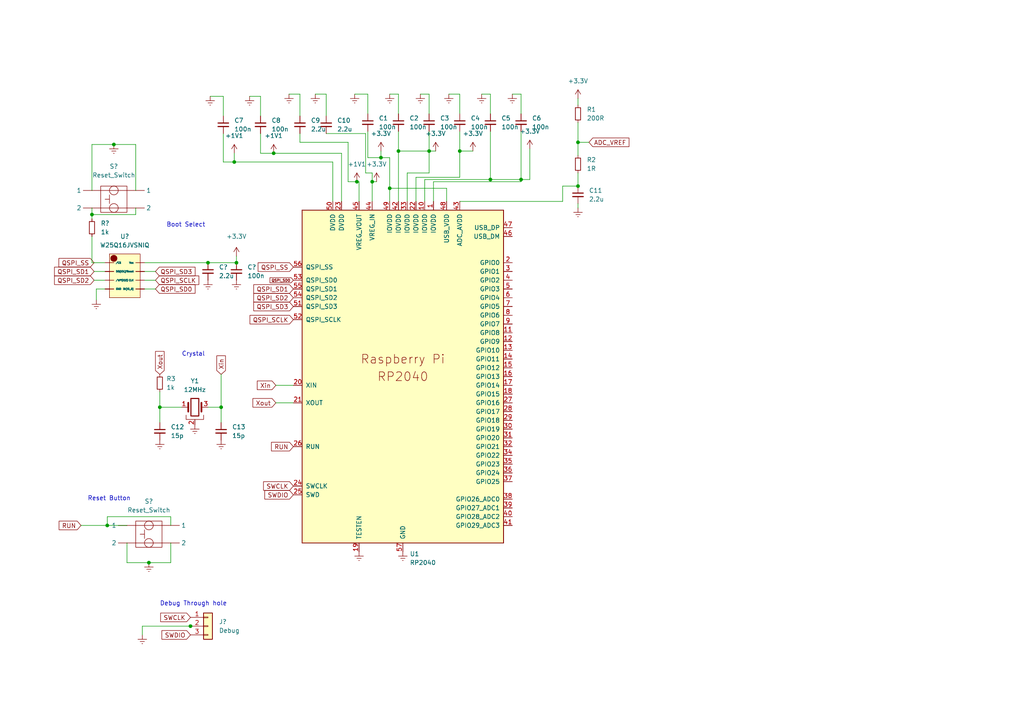
<source format=kicad_sch>
(kicad_sch (version 20211123) (generator eeschema)

  (uuid 521fd07a-812f-4e25-a7f4-a7c2adf75600)

  (paper "A4")

  (lib_symbols
    (symbol "Connector_Generic:Conn_01x03" (pin_names (offset 1.016) hide) (in_bom yes) (on_board yes)
      (property "Reference" "J" (id 0) (at 0 5.08 0)
        (effects (font (size 1.27 1.27)))
      )
      (property "Value" "Conn_01x03" (id 1) (at 0 -5.08 0)
        (effects (font (size 1.27 1.27)))
      )
      (property "Footprint" "" (id 2) (at 0 0 0)
        (effects (font (size 1.27 1.27)) hide)
      )
      (property "Datasheet" "~" (id 3) (at 0 0 0)
        (effects (font (size 1.27 1.27)) hide)
      )
      (property "ki_keywords" "connector" (id 4) (at 0 0 0)
        (effects (font (size 1.27 1.27)) hide)
      )
      (property "ki_description" "Generic connector, single row, 01x03, script generated (kicad-library-utils/schlib/autogen/connector/)" (id 5) (at 0 0 0)
        (effects (font (size 1.27 1.27)) hide)
      )
      (property "ki_fp_filters" "Connector*:*_1x??_*" (id 6) (at 0 0 0)
        (effects (font (size 1.27 1.27)) hide)
      )
      (symbol "Conn_01x03_1_1"
        (rectangle (start -1.27 -2.413) (end 0 -2.667)
          (stroke (width 0.1524) (type default) (color 0 0 0 0))
          (fill (type none))
        )
        (rectangle (start -1.27 0.127) (end 0 -0.127)
          (stroke (width 0.1524) (type default) (color 0 0 0 0))
          (fill (type none))
        )
        (rectangle (start -1.27 2.667) (end 0 2.413)
          (stroke (width 0.1524) (type default) (color 0 0 0 0))
          (fill (type none))
        )
        (rectangle (start -1.27 3.81) (end 1.27 -3.81)
          (stroke (width 0.254) (type default) (color 0 0 0 0))
          (fill (type background))
        )
        (pin passive line (at -5.08 2.54 0) (length 3.81)
          (name "Pin_1" (effects (font (size 1.27 1.27))))
          (number "1" (effects (font (size 1.27 1.27))))
        )
        (pin passive line (at -5.08 0 0) (length 3.81)
          (name "Pin_2" (effects (font (size 1.27 1.27))))
          (number "2" (effects (font (size 1.27 1.27))))
        )
        (pin passive line (at -5.08 -2.54 0) (length 3.81)
          (name "Pin_3" (effects (font (size 1.27 1.27))))
          (number "3" (effects (font (size 1.27 1.27))))
        )
      )
    )
    (symbol "Device:C_Small" (pin_numbers hide) (pin_names (offset 0.254) hide) (in_bom yes) (on_board yes)
      (property "Reference" "C" (id 0) (at 0.254 1.778 0)
        (effects (font (size 1.27 1.27)) (justify left))
      )
      (property "Value" "C_Small" (id 1) (at 0.254 -2.032 0)
        (effects (font (size 1.27 1.27)) (justify left))
      )
      (property "Footprint" "" (id 2) (at 0 0 0)
        (effects (font (size 1.27 1.27)) hide)
      )
      (property "Datasheet" "~" (id 3) (at 0 0 0)
        (effects (font (size 1.27 1.27)) hide)
      )
      (property "ki_keywords" "capacitor cap" (id 4) (at 0 0 0)
        (effects (font (size 1.27 1.27)) hide)
      )
      (property "ki_description" "Unpolarized capacitor, small symbol" (id 5) (at 0 0 0)
        (effects (font (size 1.27 1.27)) hide)
      )
      (property "ki_fp_filters" "C_*" (id 6) (at 0 0 0)
        (effects (font (size 1.27 1.27)) hide)
      )
      (symbol "C_Small_0_1"
        (polyline
          (pts
            (xy -1.524 -0.508)
            (xy 1.524 -0.508)
          )
          (stroke (width 0.3302) (type default) (color 0 0 0 0))
          (fill (type none))
        )
        (polyline
          (pts
            (xy -1.524 0.508)
            (xy 1.524 0.508)
          )
          (stroke (width 0.3048) (type default) (color 0 0 0 0))
          (fill (type none))
        )
      )
      (symbol "C_Small_1_1"
        (pin passive line (at 0 2.54 270) (length 2.032)
          (name "~" (effects (font (size 1.27 1.27))))
          (number "1" (effects (font (size 1.27 1.27))))
        )
        (pin passive line (at 0 -2.54 90) (length 2.032)
          (name "~" (effects (font (size 1.27 1.27))))
          (number "2" (effects (font (size 1.27 1.27))))
        )
      )
    )
    (symbol "Device:Crystal_GND2" (pin_names (offset 1.016) hide) (in_bom yes) (on_board yes)
      (property "Reference" "Y" (id 0) (at 0 5.715 0)
        (effects (font (size 1.27 1.27)))
      )
      (property "Value" "Crystal_GND2" (id 1) (at 0 3.81 0)
        (effects (font (size 1.27 1.27)))
      )
      (property "Footprint" "" (id 2) (at 0 0 0)
        (effects (font (size 1.27 1.27)) hide)
      )
      (property "Datasheet" "~" (id 3) (at 0 0 0)
        (effects (font (size 1.27 1.27)) hide)
      )
      (property "ki_keywords" "quartz ceramic resonator oscillator" (id 4) (at 0 0 0)
        (effects (font (size 1.27 1.27)) hide)
      )
      (property "ki_description" "Three pin crystal, GND on pin 2" (id 5) (at 0 0 0)
        (effects (font (size 1.27 1.27)) hide)
      )
      (property "ki_fp_filters" "Crystal*" (id 6) (at 0 0 0)
        (effects (font (size 1.27 1.27)) hide)
      )
      (symbol "Crystal_GND2_0_1"
        (rectangle (start -1.143 2.54) (end 1.143 -2.54)
          (stroke (width 0.3048) (type default) (color 0 0 0 0))
          (fill (type none))
        )
        (polyline
          (pts
            (xy -2.54 0)
            (xy -1.905 0)
          )
          (stroke (width 0) (type default) (color 0 0 0 0))
          (fill (type none))
        )
        (polyline
          (pts
            (xy -1.905 -1.27)
            (xy -1.905 1.27)
          )
          (stroke (width 0.508) (type default) (color 0 0 0 0))
          (fill (type none))
        )
        (polyline
          (pts
            (xy 0 -3.81)
            (xy 0 -3.556)
          )
          (stroke (width 0) (type default) (color 0 0 0 0))
          (fill (type none))
        )
        (polyline
          (pts
            (xy 1.905 0)
            (xy 2.54 0)
          )
          (stroke (width 0) (type default) (color 0 0 0 0))
          (fill (type none))
        )
        (polyline
          (pts
            (xy 1.905 1.27)
            (xy 1.905 -1.27)
          )
          (stroke (width 0.508) (type default) (color 0 0 0 0))
          (fill (type none))
        )
        (polyline
          (pts
            (xy -2.54 -2.286)
            (xy -2.54 -3.556)
            (xy 2.54 -3.556)
            (xy 2.54 -2.286)
          )
          (stroke (width 0) (type default) (color 0 0 0 0))
          (fill (type none))
        )
      )
      (symbol "Crystal_GND2_1_1"
        (pin passive line (at -3.81 0 0) (length 1.27)
          (name "1" (effects (font (size 1.27 1.27))))
          (number "1" (effects (font (size 1.27 1.27))))
        )
        (pin passive line (at 0 -5.08 90) (length 1.27)
          (name "2" (effects (font (size 1.27 1.27))))
          (number "2" (effects (font (size 1.27 1.27))))
        )
        (pin passive line (at 3.81 0 180) (length 1.27)
          (name "3" (effects (font (size 1.27 1.27))))
          (number "3" (effects (font (size 1.27 1.27))))
        )
      )
    )
    (symbol "Device:R_Small" (pin_numbers hide) (pin_names (offset 0.254) hide) (in_bom yes) (on_board yes)
      (property "Reference" "R" (id 0) (at 0.762 0.508 0)
        (effects (font (size 1.27 1.27)) (justify left))
      )
      (property "Value" "R_Small" (id 1) (at 0.762 -1.016 0)
        (effects (font (size 1.27 1.27)) (justify left))
      )
      (property "Footprint" "" (id 2) (at 0 0 0)
        (effects (font (size 1.27 1.27)) hide)
      )
      (property "Datasheet" "~" (id 3) (at 0 0 0)
        (effects (font (size 1.27 1.27)) hide)
      )
      (property "ki_keywords" "R resistor" (id 4) (at 0 0 0)
        (effects (font (size 1.27 1.27)) hide)
      )
      (property "ki_description" "Resistor, small symbol" (id 5) (at 0 0 0)
        (effects (font (size 1.27 1.27)) hide)
      )
      (property "ki_fp_filters" "R_*" (id 6) (at 0 0 0)
        (effects (font (size 1.27 1.27)) hide)
      )
      (symbol "R_Small_0_1"
        (rectangle (start -0.762 1.778) (end 0.762 -1.778)
          (stroke (width 0.2032) (type default) (color 0 0 0 0))
          (fill (type none))
        )
      )
      (symbol "R_Small_1_1"
        (pin passive line (at 0 2.54 270) (length 0.762)
          (name "~" (effects (font (size 1.27 1.27))))
          (number "1" (effects (font (size 1.27 1.27))))
        )
        (pin passive line (at 0 -2.54 90) (length 0.762)
          (name "~" (effects (font (size 1.27 1.27))))
          (number "2" (effects (font (size 1.27 1.27))))
        )
      )
    )
    (symbol "MCU_RaspberryPi_RP2040:RP2040" (pin_names (offset 1.016)) (in_bom yes) (on_board yes)
      (property "Reference" "U" (id 0) (at -29.21 49.53 0)
        (effects (font (size 1.27 1.27)))
      )
      (property "Value" "RP2040" (id 1) (at 24.13 -49.53 0)
        (effects (font (size 1.27 1.27)))
      )
      (property "Footprint" "RP2040_minimal:RP2040-QFN-56" (id 2) (at -19.05 0 0)
        (effects (font (size 1.27 1.27)) hide)
      )
      (property "Datasheet" "" (id 3) (at -19.05 0 0)
        (effects (font (size 1.27 1.27)) hide)
      )
      (symbol "RP2040_0_0"
        (text "Raspberry Pi" (at 0 5.08 0)
          (effects (font (size 2.54 2.54)))
        )
        (text "RP2040" (at 0 0 0)
          (effects (font (size 2.54 2.54)))
        )
      )
      (symbol "RP2040_0_1"
        (rectangle (start 29.21 48.26) (end -29.21 -48.26)
          (stroke (width 0.254) (type default) (color 0 0 0 0))
          (fill (type background))
        )
      )
      (symbol "RP2040_1_1"
        (pin power_in line (at 8.89 50.8 270) (length 2.54)
          (name "IOVDD" (effects (font (size 1.27 1.27))))
          (number "1" (effects (font (size 1.27 1.27))))
        )
        (pin power_in line (at 6.35 50.8 270) (length 2.54)
          (name "IOVDD" (effects (font (size 1.27 1.27))))
          (number "10" (effects (font (size 1.27 1.27))))
        )
        (pin bidirectional line (at 31.75 12.7 180) (length 2.54)
          (name "GPIO8" (effects (font (size 1.27 1.27))))
          (number "11" (effects (font (size 1.27 1.27))))
        )
        (pin bidirectional line (at 31.75 10.16 180) (length 2.54)
          (name "GPIO9" (effects (font (size 1.27 1.27))))
          (number "12" (effects (font (size 1.27 1.27))))
        )
        (pin bidirectional line (at 31.75 7.62 180) (length 2.54)
          (name "GPIO10" (effects (font (size 1.27 1.27))))
          (number "13" (effects (font (size 1.27 1.27))))
        )
        (pin bidirectional line (at 31.75 5.08 180) (length 2.54)
          (name "GPIO11" (effects (font (size 1.27 1.27))))
          (number "14" (effects (font (size 1.27 1.27))))
        )
        (pin bidirectional line (at 31.75 2.54 180) (length 2.54)
          (name "GPIO12" (effects (font (size 1.27 1.27))))
          (number "15" (effects (font (size 1.27 1.27))))
        )
        (pin bidirectional line (at 31.75 0 180) (length 2.54)
          (name "GPIO13" (effects (font (size 1.27 1.27))))
          (number "16" (effects (font (size 1.27 1.27))))
        )
        (pin bidirectional line (at 31.75 -2.54 180) (length 2.54)
          (name "GPIO14" (effects (font (size 1.27 1.27))))
          (number "17" (effects (font (size 1.27 1.27))))
        )
        (pin bidirectional line (at 31.75 -5.08 180) (length 2.54)
          (name "GPIO15" (effects (font (size 1.27 1.27))))
          (number "18" (effects (font (size 1.27 1.27))))
        )
        (pin passive line (at -12.7 -50.8 90) (length 2.54)
          (name "TESTEN" (effects (font (size 1.27 1.27))))
          (number "19" (effects (font (size 1.27 1.27))))
        )
        (pin bidirectional line (at 31.75 33.02 180) (length 2.54)
          (name "GPIO0" (effects (font (size 1.27 1.27))))
          (number "2" (effects (font (size 1.27 1.27))))
        )
        (pin input line (at -31.75 -2.54 0) (length 2.54)
          (name "XIN" (effects (font (size 1.27 1.27))))
          (number "20" (effects (font (size 1.27 1.27))))
        )
        (pin passive line (at -31.75 -7.62 0) (length 2.54)
          (name "XOUT" (effects (font (size 1.27 1.27))))
          (number "21" (effects (font (size 1.27 1.27))))
        )
        (pin power_in line (at 3.81 50.8 270) (length 2.54)
          (name "IOVDD" (effects (font (size 1.27 1.27))))
          (number "22" (effects (font (size 1.27 1.27))))
        )
        (pin power_in line (at -17.78 50.8 270) (length 2.54)
          (name "DVDD" (effects (font (size 1.27 1.27))))
          (number "23" (effects (font (size 1.27 1.27))))
        )
        (pin output line (at -31.75 -31.75 0) (length 2.54)
          (name "SWCLK" (effects (font (size 1.27 1.27))))
          (number "24" (effects (font (size 1.27 1.27))))
        )
        (pin bidirectional line (at -31.75 -34.29 0) (length 2.54)
          (name "SWD" (effects (font (size 1.27 1.27))))
          (number "25" (effects (font (size 1.27 1.27))))
        )
        (pin input line (at -31.75 -20.32 0) (length 2.54)
          (name "RUN" (effects (font (size 1.27 1.27))))
          (number "26" (effects (font (size 1.27 1.27))))
        )
        (pin bidirectional line (at 31.75 -7.62 180) (length 2.54)
          (name "GPIO16" (effects (font (size 1.27 1.27))))
          (number "27" (effects (font (size 1.27 1.27))))
        )
        (pin bidirectional line (at 31.75 -10.16 180) (length 2.54)
          (name "GPIO17" (effects (font (size 1.27 1.27))))
          (number "28" (effects (font (size 1.27 1.27))))
        )
        (pin bidirectional line (at 31.75 -12.7 180) (length 2.54)
          (name "GPIO18" (effects (font (size 1.27 1.27))))
          (number "29" (effects (font (size 1.27 1.27))))
        )
        (pin bidirectional line (at 31.75 30.48 180) (length 2.54)
          (name "GPIO1" (effects (font (size 1.27 1.27))))
          (number "3" (effects (font (size 1.27 1.27))))
        )
        (pin bidirectional line (at 31.75 -15.24 180) (length 2.54)
          (name "GPIO19" (effects (font (size 1.27 1.27))))
          (number "30" (effects (font (size 1.27 1.27))))
        )
        (pin bidirectional line (at 31.75 -17.78 180) (length 2.54)
          (name "GPIO20" (effects (font (size 1.27 1.27))))
          (number "31" (effects (font (size 1.27 1.27))))
        )
        (pin bidirectional line (at 31.75 -20.32 180) (length 2.54)
          (name "GPIO21" (effects (font (size 1.27 1.27))))
          (number "32" (effects (font (size 1.27 1.27))))
        )
        (pin power_in line (at 1.27 50.8 270) (length 2.54)
          (name "IOVDD" (effects (font (size 1.27 1.27))))
          (number "33" (effects (font (size 1.27 1.27))))
        )
        (pin bidirectional line (at 31.75 -22.86 180) (length 2.54)
          (name "GPIO22" (effects (font (size 1.27 1.27))))
          (number "34" (effects (font (size 1.27 1.27))))
        )
        (pin bidirectional line (at 31.75 -25.4 180) (length 2.54)
          (name "GPIO23" (effects (font (size 1.27 1.27))))
          (number "35" (effects (font (size 1.27 1.27))))
        )
        (pin bidirectional line (at 31.75 -27.94 180) (length 2.54)
          (name "GPIO24" (effects (font (size 1.27 1.27))))
          (number "36" (effects (font (size 1.27 1.27))))
        )
        (pin bidirectional line (at 31.75 -30.48 180) (length 2.54)
          (name "GPIO25" (effects (font (size 1.27 1.27))))
          (number "37" (effects (font (size 1.27 1.27))))
        )
        (pin bidirectional line (at 31.75 -35.56 180) (length 2.54)
          (name "GPIO26_ADC0" (effects (font (size 1.27 1.27))))
          (number "38" (effects (font (size 1.27 1.27))))
        )
        (pin bidirectional line (at 31.75 -38.1 180) (length 2.54)
          (name "GPIO27_ADC1" (effects (font (size 1.27 1.27))))
          (number "39" (effects (font (size 1.27 1.27))))
        )
        (pin bidirectional line (at 31.75 27.94 180) (length 2.54)
          (name "GPIO2" (effects (font (size 1.27 1.27))))
          (number "4" (effects (font (size 1.27 1.27))))
        )
        (pin bidirectional line (at 31.75 -40.64 180) (length 2.54)
          (name "GPIO28_ADC2" (effects (font (size 1.27 1.27))))
          (number "40" (effects (font (size 1.27 1.27))))
        )
        (pin bidirectional line (at 31.75 -43.18 180) (length 2.54)
          (name "GPIO29_ADC3" (effects (font (size 1.27 1.27))))
          (number "41" (effects (font (size 1.27 1.27))))
        )
        (pin power_in line (at -1.27 50.8 270) (length 2.54)
          (name "IOVDD" (effects (font (size 1.27 1.27))))
          (number "42" (effects (font (size 1.27 1.27))))
        )
        (pin power_in line (at 16.51 50.8 270) (length 2.54)
          (name "ADC_AVDD" (effects (font (size 1.27 1.27))))
          (number "43" (effects (font (size 1.27 1.27))))
        )
        (pin power_in line (at -8.89 50.8 270) (length 2.54)
          (name "VREG_IN" (effects (font (size 1.27 1.27))))
          (number "44" (effects (font (size 1.27 1.27))))
        )
        (pin power_out line (at -12.7 50.8 270) (length 2.54)
          (name "VREG_VOUT" (effects (font (size 1.27 1.27))))
          (number "45" (effects (font (size 1.27 1.27))))
        )
        (pin bidirectional line (at 31.75 40.64 180) (length 2.54)
          (name "USB_DM" (effects (font (size 1.27 1.27))))
          (number "46" (effects (font (size 1.27 1.27))))
        )
        (pin bidirectional line (at 31.75 43.18 180) (length 2.54)
          (name "USB_DP" (effects (font (size 1.27 1.27))))
          (number "47" (effects (font (size 1.27 1.27))))
        )
        (pin power_in line (at 12.7 50.8 270) (length 2.54)
          (name "USB_VDD" (effects (font (size 1.27 1.27))))
          (number "48" (effects (font (size 1.27 1.27))))
        )
        (pin power_in line (at -3.81 50.8 270) (length 2.54)
          (name "IOVDD" (effects (font (size 1.27 1.27))))
          (number "49" (effects (font (size 1.27 1.27))))
        )
        (pin bidirectional line (at 31.75 25.4 180) (length 2.54)
          (name "GPIO3" (effects (font (size 1.27 1.27))))
          (number "5" (effects (font (size 1.27 1.27))))
        )
        (pin power_in line (at -20.32 50.8 270) (length 2.54)
          (name "DVDD" (effects (font (size 1.27 1.27))))
          (number "50" (effects (font (size 1.27 1.27))))
        )
        (pin bidirectional line (at -31.75 20.32 0) (length 2.54)
          (name "QSPI_SD3" (effects (font (size 1.27 1.27))))
          (number "51" (effects (font (size 1.27 1.27))))
        )
        (pin output line (at -31.75 16.51 0) (length 2.54)
          (name "QSPI_SCLK" (effects (font (size 1.27 1.27))))
          (number "52" (effects (font (size 1.27 1.27))))
        )
        (pin bidirectional line (at -31.75 27.94 0) (length 2.54)
          (name "QSPI_SD0" (effects (font (size 1.27 1.27))))
          (number "53" (effects (font (size 1.27 1.27))))
        )
        (pin bidirectional line (at -31.75 22.86 0) (length 2.54)
          (name "QSPI_SD2" (effects (font (size 1.27 1.27))))
          (number "54" (effects (font (size 1.27 1.27))))
        )
        (pin bidirectional line (at -31.75 25.4 0) (length 2.54)
          (name "QSPI_SD1" (effects (font (size 1.27 1.27))))
          (number "55" (effects (font (size 1.27 1.27))))
        )
        (pin bidirectional line (at -31.75 31.75 0) (length 2.54)
          (name "QSPI_SS" (effects (font (size 1.27 1.27))))
          (number "56" (effects (font (size 1.27 1.27))))
        )
        (pin power_in line (at 0 -50.8 90) (length 2.54)
          (name "GND" (effects (font (size 1.27 1.27))))
          (number "57" (effects (font (size 1.27 1.27))))
        )
        (pin bidirectional line (at 31.75 22.86 180) (length 2.54)
          (name "GPIO4" (effects (font (size 1.27 1.27))))
          (number "6" (effects (font (size 1.27 1.27))))
        )
        (pin bidirectional line (at 31.75 20.32 180) (length 2.54)
          (name "GPIO5" (effects (font (size 1.27 1.27))))
          (number "7" (effects (font (size 1.27 1.27))))
        )
        (pin bidirectional line (at 31.75 17.78 180) (length 2.54)
          (name "GPIO6" (effects (font (size 1.27 1.27))))
          (number "8" (effects (font (size 1.27 1.27))))
        )
        (pin bidirectional line (at 31.75 15.24 180) (length 2.54)
          (name "GPIO7" (effects (font (size 1.27 1.27))))
          (number "9" (effects (font (size 1.27 1.27))))
        )
      )
    )
    (symbol "Reset Switch:Reset_Switch" (in_bom yes) (on_board yes)
      (property "Reference" "S" (id 0) (at 3.81 1.27 0)
        (effects (font (size 1.27 1.27)))
      )
      (property "Value" "Reset_Switch" (id 1) (at 3.81 -8.89 0)
        (effects (font (size 1.27 1.27)))
      )
      (property "Footprint" "" (id 2) (at 8.89 -5.08 0)
        (effects (font (size 1.27 1.27)) hide)
      )
      (property "Datasheet" "" (id 3) (at 8.89 -5.08 0)
        (effects (font (size 1.27 1.27)) hide)
      )
      (symbol "Reset_Switch_0_1"
        (polyline
          (pts
            (xy -2.54 -6.35)
            (xy 10.16 -6.35)
          )
          (stroke (width 0) (type default) (color 0 0 0 0))
          (fill (type none))
        )
        (polyline
          (pts
            (xy -2.54 -1.27)
            (xy 10.16 -1.27)
          )
          (stroke (width 0) (type default) (color 0 0 0 0))
          (fill (type none))
        )
        (polyline
          (pts
            (xy 2.54 -2.54)
            (xy 2.54 -5.08)
            (xy 2.54 -3.81)
            (xy 1.27 -3.81)
          )
          (stroke (width 0) (type default) (color 0 0 0 0))
          (fill (type none))
        )
        (rectangle (start 0 0) (end 7.62 -7.62)
          (stroke (width 0) (type default) (color 0 0 0 0))
          (fill (type none))
        )
        (circle (center 3.81 -6.35) (radius 1.27)
          (stroke (width 0) (type default) (color 0 0 0 0))
          (fill (type none))
        )
        (circle (center 3.81 -1.27) (radius 1.27)
          (stroke (width 0) (type default) (color 0 0 0 0))
          (fill (type none))
        )
      )
      (symbol "Reset_Switch_1_1"
        (pin bidirectional line (at -2.54 -1.27 180) (length 2.54)
          (name "1" (effects (font (size 1.27 1.27))))
          (number "" (effects (font (size 1.27 1.27))))
        )
        (pin bidirectional line (at 10.16 -1.27 0) (length 2.54)
          (name "1" (effects (font (size 1.27 1.27))))
          (number "" (effects (font (size 1.27 1.27))))
        )
        (pin bidirectional line (at -2.54 -6.35 180) (length 2.54)
          (name "2" (effects (font (size 1.27 1.27))))
          (number "" (effects (font (size 1.27 1.27))))
        )
        (pin bidirectional line (at 10.16 -6.35 0) (length 2.54)
          (name "2" (effects (font (size 1.27 1.27))))
          (number "" (effects (font (size 1.27 1.27))))
        )
      )
    )
    (symbol "Reset Switch:W25Q16JVSNIQ" (in_bom yes) (on_board yes)
      (property "Reference" "U" (id 0) (at 3.81 -13.97 0)
        (effects (font (size 1.27 1.27)))
      )
      (property "Value" "W25Q16JVSNIQ" (id 1) (at 5.08 1.27 0)
        (effects (font (size 1.27 1.27)))
      )
      (property "Footprint" "" (id 2) (at 0 3.81 0)
        (effects (font (size 1.27 1.27)) hide)
      )
      (property "Datasheet" "" (id 3) (at 0 3.81 0)
        (effects (font (size 1.27 1.27)) hide)
      )
      (symbol "W25Q16JVSNIQ_0_1"
        (polyline
          (pts
            (xy 0 -10.16)
            (xy -1.27 -10.16)
          )
          (stroke (width 0) (type default) (color 0 0 0 0))
          (fill (type none))
        )
        (polyline
          (pts
            (xy 0 -7.62)
            (xy -1.27 -7.62)
          )
          (stroke (width 0) (type default) (color 0 0 0 0))
          (fill (type none))
        )
        (polyline
          (pts
            (xy 0 -5.08)
            (xy -1.27 -5.08)
          )
          (stroke (width 0) (type default) (color 0 0 0 0))
          (fill (type none))
        )
        (polyline
          (pts
            (xy 0 -2.54)
            (xy -1.27 -2.54)
          )
          (stroke (width 0) (type default) (color 0 0 0 0))
          (fill (type none))
        )
        (polyline
          (pts
            (xy 8.89 -10.16)
            (xy 10.16 -10.16)
          )
          (stroke (width 0) (type default) (color 0 0 0 0))
          (fill (type none))
        )
        (polyline
          (pts
            (xy 8.89 -7.62)
            (xy 10.16 -7.62)
          )
          (stroke (width 0) (type default) (color 0 0 0 0))
          (fill (type none))
        )
        (polyline
          (pts
            (xy 8.89 -5.08)
            (xy 10.16 -5.08)
          )
          (stroke (width 0) (type default) (color 0 0 0 0))
          (fill (type none))
        )
        (polyline
          (pts
            (xy 8.89 -2.54)
            (xy 10.16 -2.54)
          )
          (stroke (width 0) (type default) (color 0 0 0 0))
          (fill (type none))
        )
        (rectangle (start 0 0) (end 8.89 -12.7)
          (stroke (width 0) (type default) (color 0 0 0 0))
          (fill (type background))
        )
        (circle (center 1.27 -1.27) (radius 0.0001)
          (stroke (width 1) (type default) (color 0 0 0 0))
          (fill (type none))
        )
      )
      (symbol "W25Q16JVSNIQ_1_1"
        (pin bidirectional line (at -1.27 -2.54 0) (length 2.54)
          (name "/CS" (effects (font (size 0.5 0.5))))
          (number "" (effects (font (size 1.27 1.27))))
        )
        (pin bidirectional line (at 10.16 -5.08 180) (length 2.54)
          (name "/Reset" (effects (font (size 0.5 0.5))))
          (number "" (effects (font (size 1.27 1.27))))
        )
        (pin bidirectional line (at -1.27 -7.62 0) (length 2.54)
          (name "/WP(IO2)" (effects (font (size 0.5 0.5))))
          (number "" (effects (font (size 1.27 1.27))))
        )
        (pin bidirectional line (at 10.16 -7.62 180) (length 2.54)
          (name "CLK" (effects (font (size 0.5 0.5))))
          (number "" (effects (font (size 1.27 1.27))))
        )
        (pin bidirectional line (at 10.16 -10.16 180) (length 2.54)
          (name "DI(IO_0)" (effects (font (size 0.5 0.5))))
          (number "" (effects (font (size 1.27 1.27))))
        )
        (pin bidirectional line (at -1.27 -5.08 0) (length 2.54)
          (name "DO(IO1)" (effects (font (size 0.5 0.5))))
          (number "" (effects (font (size 1.27 1.27))))
        )
        (pin bidirectional line (at -1.27 -10.16 0) (length 2.54)
          (name "GND" (effects (font (size 0.5 0.5))))
          (number "" (effects (font (size 1.27 1.27))))
        )
        (pin bidirectional line (at 10.16 -2.54 180) (length 2.54)
          (name "Vcc" (effects (font (size 0.5 0.5))))
          (number "" (effects (font (size 1.27 1.27))))
        )
      )
    )
    (symbol "power:+1V1" (power) (pin_names (offset 0)) (in_bom yes) (on_board yes)
      (property "Reference" "#PWR" (id 0) (at 0 -3.81 0)
        (effects (font (size 1.27 1.27)) hide)
      )
      (property "Value" "+1V1" (id 1) (at 0 3.556 0)
        (effects (font (size 1.27 1.27)))
      )
      (property "Footprint" "" (id 2) (at 0 0 0)
        (effects (font (size 1.27 1.27)) hide)
      )
      (property "Datasheet" "" (id 3) (at 0 0 0)
        (effects (font (size 1.27 1.27)) hide)
      )
      (property "ki_keywords" "power-flag" (id 4) (at 0 0 0)
        (effects (font (size 1.27 1.27)) hide)
      )
      (property "ki_description" "Power symbol creates a global label with name \"+1V1\"" (id 5) (at 0 0 0)
        (effects (font (size 1.27 1.27)) hide)
      )
      (symbol "+1V1_0_1"
        (polyline
          (pts
            (xy -0.762 1.27)
            (xy 0 2.54)
          )
          (stroke (width 0) (type default) (color 0 0 0 0))
          (fill (type none))
        )
        (polyline
          (pts
            (xy 0 0)
            (xy 0 2.54)
          )
          (stroke (width 0) (type default) (color 0 0 0 0))
          (fill (type none))
        )
        (polyline
          (pts
            (xy 0 2.54)
            (xy 0.762 1.27)
          )
          (stroke (width 0) (type default) (color 0 0 0 0))
          (fill (type none))
        )
      )
      (symbol "+1V1_1_1"
        (pin power_in line (at 0 0 90) (length 0) hide
          (name "+1V1" (effects (font (size 1.27 1.27))))
          (number "1" (effects (font (size 1.27 1.27))))
        )
      )
    )
    (symbol "power:+3.3V" (power) (pin_names (offset 0)) (in_bom yes) (on_board yes)
      (property "Reference" "#PWR" (id 0) (at 0 -3.81 0)
        (effects (font (size 1.27 1.27)) hide)
      )
      (property "Value" "+3.3V" (id 1) (at 0 3.556 0)
        (effects (font (size 1.27 1.27)))
      )
      (property "Footprint" "" (id 2) (at 0 0 0)
        (effects (font (size 1.27 1.27)) hide)
      )
      (property "Datasheet" "" (id 3) (at 0 0 0)
        (effects (font (size 1.27 1.27)) hide)
      )
      (property "ki_keywords" "power-flag" (id 4) (at 0 0 0)
        (effects (font (size 1.27 1.27)) hide)
      )
      (property "ki_description" "Power symbol creates a global label with name \"+3.3V\"" (id 5) (at 0 0 0)
        (effects (font (size 1.27 1.27)) hide)
      )
      (symbol "+3.3V_0_1"
        (polyline
          (pts
            (xy -0.762 1.27)
            (xy 0 2.54)
          )
          (stroke (width 0) (type default) (color 0 0 0 0))
          (fill (type none))
        )
        (polyline
          (pts
            (xy 0 0)
            (xy 0 2.54)
          )
          (stroke (width 0) (type default) (color 0 0 0 0))
          (fill (type none))
        )
        (polyline
          (pts
            (xy 0 2.54)
            (xy 0.762 1.27)
          )
          (stroke (width 0) (type default) (color 0 0 0 0))
          (fill (type none))
        )
      )
      (symbol "+3.3V_1_1"
        (pin power_in line (at 0 0 90) (length 0) hide
          (name "+3.3V" (effects (font (size 1.27 1.27))))
          (number "1" (effects (font (size 1.27 1.27))))
        )
      )
    )
    (symbol "power:Earth" (power) (pin_names (offset 0)) (in_bom yes) (on_board yes)
      (property "Reference" "#PWR" (id 0) (at 0 -6.35 0)
        (effects (font (size 1.27 1.27)) hide)
      )
      (property "Value" "Earth" (id 1) (at 0 -3.81 0)
        (effects (font (size 1.27 1.27)) hide)
      )
      (property "Footprint" "" (id 2) (at 0 0 0)
        (effects (font (size 1.27 1.27)) hide)
      )
      (property "Datasheet" "~" (id 3) (at 0 0 0)
        (effects (font (size 1.27 1.27)) hide)
      )
      (property "ki_keywords" "power-flag ground gnd" (id 4) (at 0 0 0)
        (effects (font (size 1.27 1.27)) hide)
      )
      (property "ki_description" "Power symbol creates a global label with name \"Earth\"" (id 5) (at 0 0 0)
        (effects (font (size 1.27 1.27)) hide)
      )
      (symbol "Earth_0_1"
        (polyline
          (pts
            (xy -0.635 -1.905)
            (xy 0.635 -1.905)
          )
          (stroke (width 0) (type default) (color 0 0 0 0))
          (fill (type none))
        )
        (polyline
          (pts
            (xy -0.127 -2.54)
            (xy 0.127 -2.54)
          )
          (stroke (width 0) (type default) (color 0 0 0 0))
          (fill (type none))
        )
        (polyline
          (pts
            (xy 0 -1.27)
            (xy 0 0)
          )
          (stroke (width 0) (type default) (color 0 0 0 0))
          (fill (type none))
        )
        (polyline
          (pts
            (xy 1.27 -1.27)
            (xy -1.27 -1.27)
          )
          (stroke (width 0) (type default) (color 0 0 0 0))
          (fill (type none))
        )
      )
      (symbol "Earth_1_1"
        (pin power_in line (at 0 0 270) (length 0) hide
          (name "Earth" (effects (font (size 1.27 1.27))))
          (number "1" (effects (font (size 1.27 1.27))))
        )
      )
    )
  )

  (junction (at 60.325 76.2) (diameter 0) (color 0 0 0 0)
    (uuid 0c609822-c87d-4935-8156-fb288d3d7aa3)
  )
  (junction (at 124.46 43.815) (diameter 0) (color 0 0 0 0)
    (uuid 0f6e765b-ca98-4ab6-9faf-9cddf69676f3)
  )
  (junction (at 110.49 45.72) (diameter 0) (color 0 0 0 0)
    (uuid 159b7bc6-6ee7-4705-b3d8-a92293c62fb9)
  )
  (junction (at 31.115 152.4) (diameter 0) (color 0 0 0 0)
    (uuid 18be4700-92e8-4531-bf89-d91543dcae22)
  )
  (junction (at 107.95 52.705) (diameter 0) (color 0 0 0 0)
    (uuid 19663fba-19e4-4dc8-b3fa-d2eff1c99aee)
  )
  (junction (at 64.135 118.11) (diameter 0) (color 0 0 0 0)
    (uuid 261bd325-c834-4e99-b2f5-9f737d97417c)
  )
  (junction (at 68.58 76.2) (diameter 0) (color 0 0 0 0)
    (uuid 32930b6d-9328-4509-b9e1-c1b5065991d0)
  )
  (junction (at 103.505 52.705) (diameter 0) (color 0 0 0 0)
    (uuid 35741959-a6b1-4ea7-bb36-7b34acad5e89)
  )
  (junction (at 142.24 52.07) (diameter 0) (color 0 0 0 0)
    (uuid 4a7e6da3-ffd9-46bb-b87c-e0e092fdcbb8)
  )
  (junction (at 167.64 53.975) (diameter 0) (color 0 0 0 0)
    (uuid 7a929996-6446-47e8-bc86-3bd3c3b2cec9)
  )
  (junction (at 115.57 43.815) (diameter 0) (color 0 0 0 0)
    (uuid 7ff5a9a9-9584-4bb5-9d80-3dd7dbc31dfa)
  )
  (junction (at 33.02 41.91) (diameter 0) (color 0 0 0 0)
    (uuid 8e7b5aa6-6c20-440b-8300-2aba8b77d3c3)
  )
  (junction (at 55.245 181.61) (diameter 0) (color 0 0 0 0)
    (uuid 9335a962-d2c2-47e9-a596-2218933d3b48)
  )
  (junction (at 43.18 163.195) (diameter 0) (color 0 0 0 0)
    (uuid 95bf77b8-955b-4c10-af5d-757616f25277)
  )
  (junction (at 26.67 62.23) (diameter 0) (color 0 0 0 0)
    (uuid 9ccadb83-e4e9-4c48-922a-7854971fa5cb)
  )
  (junction (at 133.35 43.815) (diameter 0) (color 0 0 0 0)
    (uuid c1e6a26d-3c78-44fd-87ff-c43397161653)
  )
  (junction (at 46.355 118.11) (diameter 0) (color 0 0 0 0)
    (uuid c8ac90c7-247d-4cb7-945d-d7c9fb93a52f)
  )
  (junction (at 167.64 41.275) (diameter 0) (color 0 0 0 0)
    (uuid caea44ad-42a0-464c-899c-92cc76acaf81)
  )
  (junction (at 79.375 44.45) (diameter 0) (color 0 0 0 0)
    (uuid d0e7fbb2-0321-4b20-9030-fac973f5a32a)
  )
  (junction (at 151.13 52.07) (diameter 0) (color 0 0 0 0)
    (uuid d9d17989-346a-4a1a-afcb-b05d0e166ff7)
  )
  (junction (at 113.03 54.61) (diameter 0) (color 0 0 0 0)
    (uuid ddf3d0f7-b566-4ca0-8664-f4196adc6d2a)
  )
  (junction (at 67.945 46.99) (diameter 0) (color 0 0 0 0)
    (uuid ee96babc-e9c0-4a9c-b999-b3f9271c5a59)
  )

  (wire (pts (xy 151.13 52.705) (xy 151.13 52.07))
    (stroke (width 0) (type default) (color 0 0 0 0))
    (uuid 03b8467d-4c8c-4c5a-9d4c-9f5f7116e91d)
  )
  (wire (pts (xy 39.37 55.245) (xy 39.37 41.91))
    (stroke (width 0) (type default) (color 0 0 0 0))
    (uuid 04861b64-494a-4adb-8d54-4e3d18fda835)
  )
  (wire (pts (xy 26.67 76.2) (xy 30.48 76.2))
    (stroke (width 0) (type default) (color 0 0 0 0))
    (uuid 12404054-63ee-4607-ae7b-0f5118d0015c)
  )
  (wire (pts (xy 67.945 46.99) (xy 96.52 46.99))
    (stroke (width 0) (type default) (color 0 0 0 0))
    (uuid 12a27233-a134-4b9d-9ea5-2abbf5dd9daa)
  )
  (wire (pts (xy 23.495 152.4) (xy 31.115 152.4))
    (stroke (width 0) (type default) (color 0 0 0 0))
    (uuid 13786ad4-ce9e-42ae-ad55-0884c6d2174d)
  )
  (wire (pts (xy 142.24 33.02) (xy 142.24 27.305))
    (stroke (width 0) (type default) (color 0 0 0 0))
    (uuid 139adb6b-4d00-4c8a-81b3-a86db3da019d)
  )
  (wire (pts (xy 124.46 27.305) (xy 121.92 27.305))
    (stroke (width 0) (type default) (color 0 0 0 0))
    (uuid 144fae8f-8524-4ec1-94a8-3bcb08c94303)
  )
  (wire (pts (xy 94.615 33.655) (xy 94.615 27.305))
    (stroke (width 0) (type default) (color 0 0 0 0))
    (uuid 155a0829-8b58-4660-9bf8-d7f52a1f5984)
  )
  (wire (pts (xy 64.135 118.11) (xy 60.325 118.11))
    (stroke (width 0) (type default) (color 0 0 0 0))
    (uuid 1a6276a0-47ed-4f47-b4a4-95b69f1c7026)
  )
  (wire (pts (xy 124.46 50.165) (xy 124.46 43.815))
    (stroke (width 0) (type default) (color 0 0 0 0))
    (uuid 1acfec16-d9b9-4a5c-b052-52f9bda2ab85)
  )
  (wire (pts (xy 133.35 33.02) (xy 133.35 27.305))
    (stroke (width 0) (type default) (color 0 0 0 0))
    (uuid 1ba81dd4-ca8c-48f3-afa7-d306e38ceb42)
  )
  (wire (pts (xy 49.53 157.48) (xy 49.53 163.195))
    (stroke (width 0) (type default) (color 0 0 0 0))
    (uuid 1c324604-0927-4a8c-8815-83ebde0132c2)
  )
  (wire (pts (xy 142.24 38.1) (xy 142.24 52.07))
    (stroke (width 0) (type default) (color 0 0 0 0))
    (uuid 1c969a99-7e92-4f28-8982-7f7c38061a5c)
  )
  (wire (pts (xy 80.01 111.76) (xy 85.09 111.76))
    (stroke (width 0) (type default) (color 0 0 0 0))
    (uuid 1e0d6339-6823-42ac-9563-1dcd0f06575e)
  )
  (wire (pts (xy 118.11 58.42) (xy 118.11 50.165))
    (stroke (width 0) (type default) (color 0 0 0 0))
    (uuid 1f108d14-59b6-4996-8c38-49deba84446d)
  )
  (wire (pts (xy 80.01 116.84) (xy 85.09 116.84))
    (stroke (width 0) (type default) (color 0 0 0 0))
    (uuid 1f1ef573-bc74-4e12-9c3a-4e2ae4bc618f)
  )
  (wire (pts (xy 41.275 181.61) (xy 41.275 184.15))
    (stroke (width 0) (type default) (color 0 0 0 0))
    (uuid 229615a1-e8d8-44c8-91ad-2abe148bbb4c)
  )
  (wire (pts (xy 163.195 53.975) (xy 167.64 53.975))
    (stroke (width 0) (type default) (color 0 0 0 0))
    (uuid 251e0285-439a-4204-a75a-2f95ebaf9d9c)
  )
  (wire (pts (xy 94.615 27.305) (xy 91.44 27.305))
    (stroke (width 0) (type default) (color 0 0 0 0))
    (uuid 26985277-280c-47ef-ace5-51f0c48c8c5b)
  )
  (wire (pts (xy 75.565 27.94) (xy 72.39 27.94))
    (stroke (width 0) (type default) (color 0 0 0 0))
    (uuid 27665ad8-3eaa-4206-9beb-e0e1dc0f0c2e)
  )
  (wire (pts (xy 64.77 33.655) (xy 64.77 27.94))
    (stroke (width 0) (type default) (color 0 0 0 0))
    (uuid 28ad9518-39d4-4a37-851e-aada200bdf73)
  )
  (wire (pts (xy 26.67 55.245) (xy 26.67 41.91))
    (stroke (width 0) (type default) (color 0 0 0 0))
    (uuid 297ced58-1ddc-4eb7-b7ae-3cb652fcc649)
  )
  (wire (pts (xy 49.53 163.195) (xy 43.18 163.195))
    (stroke (width 0) (type default) (color 0 0 0 0))
    (uuid 345c84d3-e1b4-40f2-9f15-d151b99b5c9f)
  )
  (wire (pts (xy 113.03 45.72) (xy 110.49 45.72))
    (stroke (width 0) (type default) (color 0 0 0 0))
    (uuid 349e2c16-5a09-4ddf-9706-37a0c7e09d9d)
  )
  (wire (pts (xy 113.03 54.61) (xy 113.03 58.42))
    (stroke (width 0) (type default) (color 0 0 0 0))
    (uuid 35329ff9-b65c-4edf-88f5-9bc5a5d567e5)
  )
  (wire (pts (xy 151.13 52.07) (xy 153.67 52.07))
    (stroke (width 0) (type default) (color 0 0 0 0))
    (uuid 38e0afc1-777b-4a4c-9c3f-6a6beeb0fa56)
  )
  (wire (pts (xy 167.64 50.165) (xy 167.64 53.975))
    (stroke (width 0) (type default) (color 0 0 0 0))
    (uuid 3bffe172-fce6-4fe6-8264-75374b5bd339)
  )
  (wire (pts (xy 26.67 62.23) (xy 39.37 62.23))
    (stroke (width 0) (type default) (color 0 0 0 0))
    (uuid 3cf7545b-f457-4173-a555-15ae3adbecd2)
  )
  (wire (pts (xy 124.46 43.815) (xy 126.365 43.815))
    (stroke (width 0) (type default) (color 0 0 0 0))
    (uuid 3d8c8e5f-d9ae-4fd2-ad3e-b4ebbecb044f)
  )
  (wire (pts (xy 153.67 52.07) (xy 153.67 43.18))
    (stroke (width 0) (type default) (color 0 0 0 0))
    (uuid 4050e2ef-4205-4030-a661-7788e2d75c4f)
  )
  (wire (pts (xy 75.565 33.655) (xy 75.565 27.94))
    (stroke (width 0) (type default) (color 0 0 0 0))
    (uuid 43bd2c99-2d0f-4251-9a97-a2ea58a9f817)
  )
  (wire (pts (xy 107.95 52.705) (xy 109.22 52.705))
    (stroke (width 0) (type default) (color 0 0 0 0))
    (uuid 46a8cffd-9e87-493e-bf6a-1dfffc022f32)
  )
  (wire (pts (xy 67.945 46.99) (xy 64.77 46.99))
    (stroke (width 0) (type default) (color 0 0 0 0))
    (uuid 4789fac3-5d87-4460-93dc-783d438cfc63)
  )
  (wire (pts (xy 99.06 44.45) (xy 79.375 44.45))
    (stroke (width 0) (type default) (color 0 0 0 0))
    (uuid 49b2e0ca-ebd4-47a1-be71-784c192cb63c)
  )
  (wire (pts (xy 27.305 78.74) (xy 30.48 78.74))
    (stroke (width 0) (type default) (color 0 0 0 0))
    (uuid 4c1c169c-1df5-4502-94a0-573abc4df5f6)
  )
  (wire (pts (xy 104.14 58.42) (xy 104.14 52.705))
    (stroke (width 0) (type default) (color 0 0 0 0))
    (uuid 4ca2660e-afa5-4a9f-bcce-82e6490faa57)
  )
  (wire (pts (xy 49.53 149.86) (xy 31.115 149.86))
    (stroke (width 0) (type default) (color 0 0 0 0))
    (uuid 4e80feeb-802a-4bc5-ba2d-631053c36f12)
  )
  (wire (pts (xy 86.995 27.305) (xy 83.82 27.305))
    (stroke (width 0) (type default) (color 0 0 0 0))
    (uuid 51ea144a-d05f-4b80-b026-3bb9adf2b516)
  )
  (wire (pts (xy 124.46 33.02) (xy 124.46 27.305))
    (stroke (width 0) (type default) (color 0 0 0 0))
    (uuid 5695288a-8d3f-46fa-9d2a-7c0b59c305f5)
  )
  (wire (pts (xy 67.945 44.45) (xy 67.945 46.99))
    (stroke (width 0) (type default) (color 0 0 0 0))
    (uuid 59e6b6b1-d4df-4190-b16e-e4f7416ddf88)
  )
  (wire (pts (xy 120.65 58.42) (xy 120.65 51.435))
    (stroke (width 0) (type default) (color 0 0 0 0))
    (uuid 5ab95b2c-7bf9-4147-8194-90b05110c0dc)
  )
  (wire (pts (xy 46.355 118.11) (xy 52.705 118.11))
    (stroke (width 0) (type default) (color 0 0 0 0))
    (uuid 5b692f7c-b858-4fe7-936c-a1b0821124d8)
  )
  (wire (pts (xy 142.24 52.07) (xy 151.13 52.07))
    (stroke (width 0) (type default) (color 0 0 0 0))
    (uuid 5e085336-de9f-4b14-bf27-235aaafcdf11)
  )
  (wire (pts (xy 100.965 52.705) (xy 100.965 41.275))
    (stroke (width 0) (type default) (color 0 0 0 0))
    (uuid 5e315343-2226-427f-864b-30ded19b4e67)
  )
  (wire (pts (xy 133.35 43.815) (xy 133.35 51.435))
    (stroke (width 0) (type default) (color 0 0 0 0))
    (uuid 5f5409ed-6762-4540-ad5a-558860971b19)
  )
  (wire (pts (xy 110.49 43.815) (xy 110.49 45.72))
    (stroke (width 0) (type default) (color 0 0 0 0))
    (uuid 665a1280-253e-408d-a020-1de3523d2383)
  )
  (wire (pts (xy 124.46 43.815) (xy 124.46 38.1))
    (stroke (width 0) (type default) (color 0 0 0 0))
    (uuid 6d90c6ef-1922-443d-81c5-2f552348c4cb)
  )
  (wire (pts (xy 167.64 35.56) (xy 167.64 41.275))
    (stroke (width 0) (type default) (color 0 0 0 0))
    (uuid 6ddf2813-bc68-4cc4-a833-360f5043d5f6)
  )
  (wire (pts (xy 100.965 41.275) (xy 86.995 41.275))
    (stroke (width 0) (type default) (color 0 0 0 0))
    (uuid 70fe6dc9-b4d6-4df3-863e-7abe97b568dc)
  )
  (wire (pts (xy 75.565 44.45) (xy 75.565 38.735))
    (stroke (width 0) (type default) (color 0 0 0 0))
    (uuid 7477a448-40ba-4554-b2ff-26b7369c622c)
  )
  (wire (pts (xy 68.58 74.295) (xy 68.58 76.2))
    (stroke (width 0) (type default) (color 0 0 0 0))
    (uuid 74d5cd83-8a09-4160-9bb0-5f3bb688f09f)
  )
  (wire (pts (xy 27.94 83.82) (xy 27.94 86.995))
    (stroke (width 0) (type default) (color 0 0 0 0))
    (uuid 787d6471-1c8b-431a-88e9-7be9860d5087)
  )
  (wire (pts (xy 86.995 41.275) (xy 86.995 38.735))
    (stroke (width 0) (type default) (color 0 0 0 0))
    (uuid 7bfa37a6-8283-49f3-9ce6-6da276127fbd)
  )
  (wire (pts (xy 163.195 58.42) (xy 163.195 53.975))
    (stroke (width 0) (type default) (color 0 0 0 0))
    (uuid 7d29152a-82aa-4622-bd3b-45e52c774044)
  )
  (wire (pts (xy 41.91 83.82) (xy 45.085 83.82))
    (stroke (width 0) (type default) (color 0 0 0 0))
    (uuid 7f02d9a4-adc1-4528-acc2-040a004538ce)
  )
  (wire (pts (xy 106.68 33.02) (xy 106.68 27.305))
    (stroke (width 0) (type default) (color 0 0 0 0))
    (uuid 7f0914a3-f612-46bd-a580-e21b78fa2da3)
  )
  (wire (pts (xy 125.73 58.42) (xy 125.73 52.705))
    (stroke (width 0) (type default) (color 0 0 0 0))
    (uuid 80e5b166-1f71-4a7b-9dcd-8ec7892ce443)
  )
  (wire (pts (xy 106.68 27.305) (xy 102.87 27.305))
    (stroke (width 0) (type default) (color 0 0 0 0))
    (uuid 815d732f-2a9d-4e32-b1e3-f085fa2d2828)
  )
  (wire (pts (xy 125.73 52.705) (xy 151.13 52.705))
    (stroke (width 0) (type default) (color 0 0 0 0))
    (uuid 839cc8c9-e396-4694-9367-42565906a802)
  )
  (wire (pts (xy 79.375 44.45) (xy 75.565 44.45))
    (stroke (width 0) (type default) (color 0 0 0 0))
    (uuid 8941073a-f113-4c18-96f8-e4f78a962c2f)
  )
  (wire (pts (xy 115.57 33.02) (xy 115.57 27.305))
    (stroke (width 0) (type default) (color 0 0 0 0))
    (uuid 8953d622-c066-42e4-adf5-4d272caf3771)
  )
  (wire (pts (xy 106.045 50.165) (xy 106.045 38.735))
    (stroke (width 0) (type default) (color 0 0 0 0))
    (uuid 8988638f-4d88-4499-b3c1-14794e9a395f)
  )
  (wire (pts (xy 115.57 43.815) (xy 124.46 43.815))
    (stroke (width 0) (type default) (color 0 0 0 0))
    (uuid 8c437116-a5b9-48f3-81c0-37cc3f2123f7)
  )
  (wire (pts (xy 118.11 50.165) (xy 124.46 50.165))
    (stroke (width 0) (type default) (color 0 0 0 0))
    (uuid 8d0dc400-33b0-4de2-bd6b-ebd78abd56eb)
  )
  (wire (pts (xy 133.35 38.1) (xy 133.35 43.815))
    (stroke (width 0) (type default) (color 0 0 0 0))
    (uuid 8e7bc42d-8d90-4eb6-b075-a8f0758954b8)
  )
  (wire (pts (xy 113.03 45.72) (xy 113.03 54.61))
    (stroke (width 0) (type default) (color 0 0 0 0))
    (uuid 90071a83-e466-4792-9a2c-a6364ec103ff)
  )
  (wire (pts (xy 115.57 27.305) (xy 113.03 27.305))
    (stroke (width 0) (type default) (color 0 0 0 0))
    (uuid 9140ae3a-6694-4af4-974a-9cf87c24e07d)
  )
  (wire (pts (xy 103.505 52.705) (xy 104.14 52.705))
    (stroke (width 0) (type default) (color 0 0 0 0))
    (uuid 939b0f72-0673-4210-b452-df0945d8b679)
  )
  (wire (pts (xy 107.95 50.165) (xy 106.045 50.165))
    (stroke (width 0) (type default) (color 0 0 0 0))
    (uuid a59a770a-2a7e-4399-b27c-60673f1b0bc7)
  )
  (wire (pts (xy 123.19 58.42) (xy 123.19 52.07))
    (stroke (width 0) (type default) (color 0 0 0 0))
    (uuid a59f840d-7b44-49e9-81a5-3e215fc986cd)
  )
  (wire (pts (xy 167.64 41.275) (xy 167.64 45.085))
    (stroke (width 0) (type default) (color 0 0 0 0))
    (uuid a7791d93-5073-462b-9854-7523a98a192a)
  )
  (wire (pts (xy 30.48 83.82) (xy 27.94 83.82))
    (stroke (width 0) (type default) (color 0 0 0 0))
    (uuid aba01b51-cdfd-4275-ab4d-93822d5c70c0)
  )
  (wire (pts (xy 133.35 43.815) (xy 137.16 43.815))
    (stroke (width 0) (type default) (color 0 0 0 0))
    (uuid acc7b2e2-02fe-4a87-bfa8-0e23e585eb41)
  )
  (wire (pts (xy 64.77 46.99) (xy 64.77 38.735))
    (stroke (width 0) (type default) (color 0 0 0 0))
    (uuid b07beaee-d4a9-40c3-95fb-9d48cb07843e)
  )
  (wire (pts (xy 133.35 58.42) (xy 163.195 58.42))
    (stroke (width 0) (type default) (color 0 0 0 0))
    (uuid b15ad7f0-f2ed-4c38-876e-41dcbec3e82c)
  )
  (wire (pts (xy 129.54 58.42) (xy 129.54 54.61))
    (stroke (width 0) (type default) (color 0 0 0 0))
    (uuid b2b4861c-32d1-4680-9fcf-89cc98b21fa2)
  )
  (wire (pts (xy 106.68 38.1) (xy 106.68 45.72))
    (stroke (width 0) (type default) (color 0 0 0 0))
    (uuid b3458f95-96d8-421a-a1d5-6b6d67c6c599)
  )
  (wire (pts (xy 107.95 58.42) (xy 107.95 52.705))
    (stroke (width 0) (type default) (color 0 0 0 0))
    (uuid b7ef94cd-19e1-4fac-b8a1-00074c542132)
  )
  (wire (pts (xy 96.52 58.42) (xy 96.52 46.99))
    (stroke (width 0) (type default) (color 0 0 0 0))
    (uuid bae42d10-d4a3-49eb-aa35-812d8e709e51)
  )
  (wire (pts (xy 36.83 163.195) (xy 43.18 163.195))
    (stroke (width 0) (type default) (color 0 0 0 0))
    (uuid bce070de-c967-4b0b-bc63-e1dfc56f67a8)
  )
  (wire (pts (xy 26.67 41.91) (xy 33.02 41.91))
    (stroke (width 0) (type default) (color 0 0 0 0))
    (uuid c05fad33-18b7-472c-a2c5-bb6c22834dee)
  )
  (wire (pts (xy 106.045 38.735) (xy 94.615 38.735))
    (stroke (width 0) (type default) (color 0 0 0 0))
    (uuid c0c10d28-e6f1-4024-9dbb-2a278dae14b8)
  )
  (wire (pts (xy 26.67 68.58) (xy 26.67 76.2))
    (stroke (width 0) (type default) (color 0 0 0 0))
    (uuid c3ba087b-914b-49bc-b0b1-eeda2092f70b)
  )
  (wire (pts (xy 148.59 27.305) (xy 151.13 27.305))
    (stroke (width 0) (type default) (color 0 0 0 0))
    (uuid c5bad9e6-876a-40b9-ae1c-62e2efd2b577)
  )
  (wire (pts (xy 167.64 59.055) (xy 167.64 60.325))
    (stroke (width 0) (type default) (color 0 0 0 0))
    (uuid c7efb6d5-4f78-466d-9c41-40922e2f4f2d)
  )
  (wire (pts (xy 26.67 60.325) (xy 26.67 62.23))
    (stroke (width 0) (type default) (color 0 0 0 0))
    (uuid c7fc24f1-c07f-4439-8c31-f4b6aa27e300)
  )
  (wire (pts (xy 46.355 113.665) (xy 46.355 118.11))
    (stroke (width 0) (type default) (color 0 0 0 0))
    (uuid c8156cc3-34ba-4019-bad3-3a5e43a6d2e4)
  )
  (wire (pts (xy 60.325 76.2) (xy 68.58 76.2))
    (stroke (width 0) (type default) (color 0 0 0 0))
    (uuid cac72817-2978-446a-a56c-f8d1cb9edb0e)
  )
  (wire (pts (xy 167.64 41.275) (xy 170.815 41.275))
    (stroke (width 0) (type default) (color 0 0 0 0))
    (uuid cd5a1951-fedf-4991-8ff3-2eedcfa0653e)
  )
  (wire (pts (xy 26.67 62.23) (xy 26.67 63.5))
    (stroke (width 0) (type default) (color 0 0 0 0))
    (uuid cde79e49-d945-4690-9a6a-9ccf99403ab4)
  )
  (wire (pts (xy 39.37 41.91) (xy 33.02 41.91))
    (stroke (width 0) (type default) (color 0 0 0 0))
    (uuid d1c23b50-4efc-419d-b1d3-942f33e3624c)
  )
  (wire (pts (xy 64.77 27.94) (xy 60.96 27.94))
    (stroke (width 0) (type default) (color 0 0 0 0))
    (uuid d2f2ccf8-d97f-41cc-a514-619ff11005a3)
  )
  (wire (pts (xy 115.57 38.1) (xy 115.57 43.815))
    (stroke (width 0) (type default) (color 0 0 0 0))
    (uuid d3057297-5afc-4ad0-86a9-6b15d2f8cf35)
  )
  (wire (pts (xy 27.305 81.28) (xy 30.48 81.28))
    (stroke (width 0) (type default) (color 0 0 0 0))
    (uuid d63b76d0-d9de-4fb1-9f99-f352119d3362)
  )
  (wire (pts (xy 123.19 52.07) (xy 142.24 52.07))
    (stroke (width 0) (type default) (color 0 0 0 0))
    (uuid d80697ca-6d5a-4dec-86ba-a4c6917025f4)
  )
  (wire (pts (xy 113.03 54.61) (xy 129.54 54.61))
    (stroke (width 0) (type default) (color 0 0 0 0))
    (uuid dc0da0a8-faaa-404e-b2b4-0dd4317def91)
  )
  (wire (pts (xy 103.505 52.705) (xy 100.965 52.705))
    (stroke (width 0) (type default) (color 0 0 0 0))
    (uuid dcdbd694-3783-4c7f-bc78-e59ff6b32b10)
  )
  (wire (pts (xy 39.37 62.23) (xy 39.37 60.325))
    (stroke (width 0) (type default) (color 0 0 0 0))
    (uuid ddb4c54b-c16b-479a-a891-8b6c29f805fa)
  )
  (wire (pts (xy 139.7 27.305) (xy 142.24 27.305))
    (stroke (width 0) (type default) (color 0 0 0 0))
    (uuid e064e8ea-c3a8-4c82-b294-188ffe20a3b7)
  )
  (wire (pts (xy 167.64 28.575) (xy 167.64 30.48))
    (stroke (width 0) (type default) (color 0 0 0 0))
    (uuid e0ea8001-e9f9-4a38-8066-81b984a93198)
  )
  (wire (pts (xy 31.115 149.86) (xy 31.115 152.4))
    (stroke (width 0) (type default) (color 0 0 0 0))
    (uuid e3887696-867e-4a89-9841-19918da8424c)
  )
  (wire (pts (xy 46.355 118.11) (xy 46.355 122.555))
    (stroke (width 0) (type default) (color 0 0 0 0))
    (uuid e38da672-8359-4954-b7ba-058a1627a48f)
  )
  (wire (pts (xy 151.13 52.07) (xy 151.13 38.1))
    (stroke (width 0) (type default) (color 0 0 0 0))
    (uuid e3e1525b-ce37-4d4d-9997-fd71ef8944cc)
  )
  (wire (pts (xy 64.135 108.585) (xy 64.135 118.11))
    (stroke (width 0) (type default) (color 0 0 0 0))
    (uuid e62b6d16-fce6-4a9b-b463-265264bf0a3b)
  )
  (wire (pts (xy 41.91 78.74) (xy 45.085 78.74))
    (stroke (width 0) (type default) (color 0 0 0 0))
    (uuid e72401c2-4b1a-4494-9d73-342dfc4d11e4)
  )
  (wire (pts (xy 41.91 81.28) (xy 45.085 81.28))
    (stroke (width 0) (type default) (color 0 0 0 0))
    (uuid eba68746-8fe8-4e22-bc87-585b9af405cf)
  )
  (wire (pts (xy 130.175 27.305) (xy 133.35 27.305))
    (stroke (width 0) (type default) (color 0 0 0 0))
    (uuid ec57e76f-91ee-4c5e-9b83-334b2a17a6c5)
  )
  (wire (pts (xy 41.91 76.2) (xy 60.325 76.2))
    (stroke (width 0) (type default) (color 0 0 0 0))
    (uuid edbb8b7c-a617-4c44-b679-90914aac76c8)
  )
  (wire (pts (xy 55.88 181.61) (xy 55.245 181.61))
    (stroke (width 0) (type default) (color 0 0 0 0))
    (uuid ef14d019-0419-4c06-8a3e-5b18ee4454b5)
  )
  (wire (pts (xy 110.49 45.72) (xy 106.68 45.72))
    (stroke (width 0) (type default) (color 0 0 0 0))
    (uuid ef7193a9-485e-482c-b3a5-fe3b7282b2a6)
  )
  (wire (pts (xy 107.95 52.705) (xy 107.95 50.165))
    (stroke (width 0) (type default) (color 0 0 0 0))
    (uuid efdeabbf-5335-45bc-aa90-1233e73f9a27)
  )
  (wire (pts (xy 31.115 152.4) (xy 36.83 152.4))
    (stroke (width 0) (type default) (color 0 0 0 0))
    (uuid f235c5ae-9fc0-43d9-b25f-90c4c04aa2ef)
  )
  (wire (pts (xy 120.65 51.435) (xy 133.35 51.435))
    (stroke (width 0) (type default) (color 0 0 0 0))
    (uuid f6361d03-8ba5-4c70-9620-cd774bada674)
  )
  (wire (pts (xy 55.245 181.61) (xy 41.275 181.61))
    (stroke (width 0) (type default) (color 0 0 0 0))
    (uuid f7cd8aed-4aef-47f4-a21b-6601cbc3300d)
  )
  (wire (pts (xy 99.06 58.42) (xy 99.06 44.45))
    (stroke (width 0) (type default) (color 0 0 0 0))
    (uuid f811127b-f8eb-4bd3-bb46-8c027649ae06)
  )
  (wire (pts (xy 49.53 152.4) (xy 49.53 149.86))
    (stroke (width 0) (type default) (color 0 0 0 0))
    (uuid f829de42-d7a0-4390-a41e-220879df6467)
  )
  (wire (pts (xy 64.135 122.555) (xy 64.135 118.11))
    (stroke (width 0) (type default) (color 0 0 0 0))
    (uuid f85effe9-0fad-4bbc-8f08-d663218b9f1a)
  )
  (wire (pts (xy 36.83 157.48) (xy 36.83 163.195))
    (stroke (width 0) (type default) (color 0 0 0 0))
    (uuid fbc3879b-6a67-4cc7-98bd-17c93e93e20a)
  )
  (wire (pts (xy 86.995 33.655) (xy 86.995 27.305))
    (stroke (width 0) (type default) (color 0 0 0 0))
    (uuid fe19774d-3f36-4db4-8703-235d1722d53c)
  )
  (wire (pts (xy 115.57 43.815) (xy 115.57 58.42))
    (stroke (width 0) (type default) (color 0 0 0 0))
    (uuid ff890c55-9ba8-4c2d-8097-a8b910d75d77)
  )
  (wire (pts (xy 151.13 33.02) (xy 151.13 27.305))
    (stroke (width 0) (type default) (color 0 0 0 0))
    (uuid ffdc9ea3-104f-422e-accd-8382d56f0954)
  )

  (text "Reset Button" (at 25.4 145.415 0)
    (effects (font (size 1.27 1.27)) (justify left bottom))
    (uuid 21c08d64-cc89-4441-a317-d9e00e394be3)
  )
  (text "Boot Select" (at 48.26 66.04 0)
    (effects (font (size 1.27 1.27)) (justify left bottom))
    (uuid 395707f4-7557-4050-aae2-2fb50a0afdd4)
  )
  (text "Crystal" (at 52.705 103.505 0)
    (effects (font (size 1.27 1.27)) (justify left bottom))
    (uuid 7d654c2a-52a1-4129-8c61-e408439bf574)
  )
  (text "Debug Through hole" (at 46.355 175.895 0)
    (effects (font (size 1.27 1.27)) (justify left bottom))
    (uuid af62eff2-057b-4bac-bc02-c2b2d95f3fc0)
  )

  (global_label "QSPI_SD0" (shape input) (at 45.085 83.82 0) (fields_autoplaced)
    (effects (font (size 1.27 1.27)) (justify left))
    (uuid 04c2b4c6-cd7c-4692-bf68-255c9b186ee2)
    (property "Intersheet References" "${INTERSHEET_REFS}" (id 0) (at 56.5695 83.7406 0)
      (effects (font (size 1.27 1.27)) (justify left) hide)
    )
  )
  (global_label "RUN" (shape input) (at 85.09 129.54 180) (fields_autoplaced)
    (effects (font (size 1.27 1.27)) (justify right))
    (uuid 0e897f92-544e-4d15-9816-6a8f4593dcba)
    (property "Intersheet References" "${INTERSHEET_REFS}" (id 0) (at 78.7459 129.4606 0)
      (effects (font (size 1.27 1.27)) (justify right) hide)
    )
  )
  (global_label "QSPI_SS" (shape input) (at 27.305 76.2 180) (fields_autoplaced)
    (effects (font (size 1.27 1.27)) (justify right))
    (uuid 1eb9cb4a-0deb-4aea-8df7-a206656c9a50)
    (property "Intersheet References" "${INTERSHEET_REFS}" (id 0) (at 17.0905 76.1206 0)
      (effects (font (size 1.27 1.27)) (justify right) hide)
    )
  )
  (global_label "QSPI_SD1" (shape input) (at 27.305 78.74 180) (fields_autoplaced)
    (effects (font (size 1.27 1.27)) (justify right))
    (uuid 23a75c92-bb8e-41ec-8c86-e4db423fd0f1)
    (property "Intersheet References" "${INTERSHEET_REFS}" (id 0) (at 15.8205 78.6606 0)
      (effects (font (size 1.27 1.27)) (justify right) hide)
    )
  )
  (global_label "SWDIO" (shape input) (at 85.09 143.51 180) (fields_autoplaced)
    (effects (font (size 1.27 1.27)) (justify right))
    (uuid 2cdffb21-ea9d-4609-96dc-27a8060422fc)
    (property "Intersheet References" "${INTERSHEET_REFS}" (id 0) (at 76.8107 143.4306 0)
      (effects (font (size 1.27 1.27)) (justify right) hide)
    )
  )
  (global_label "RUN" (shape input) (at 23.495 152.4 180) (fields_autoplaced)
    (effects (font (size 1.27 1.27)) (justify right))
    (uuid 36f67b20-66e0-46ff-960d-6529a3ff043c)
    (property "Intersheet References" "${INTERSHEET_REFS}" (id 0) (at 17.1509 152.3206 0)
      (effects (font (size 1.27 1.27)) (justify right) hide)
    )
  )
  (global_label "QSPI_SD1" (shape input) (at 85.09 83.82 180) (fields_autoplaced)
    (effects (font (size 1.27 1.27)) (justify right))
    (uuid 46a6269c-7168-4fc5-912d-17d8a3ebb61d)
    (property "Intersheet References" "${INTERSHEET_REFS}" (id 0) (at 73.6055 83.7406 0)
      (effects (font (size 1.27 1.27)) (justify right) hide)
    )
  )
  (global_label "QSPI_SD2" (shape input) (at 85.09 86.36 180) (fields_autoplaced)
    (effects (font (size 1.27 1.27)) (justify right))
    (uuid 4ba79943-9436-4a6a-8696-045d951b0c89)
    (property "Intersheet References" "${INTERSHEET_REFS}" (id 0) (at 73.6055 86.2806 0)
      (effects (font (size 1.27 1.27)) (justify right) hide)
    )
  )
  (global_label "QSPI_SD3" (shape input) (at 45.085 78.74 0) (fields_autoplaced)
    (effects (font (size 1.27 1.27)) (justify left))
    (uuid 52005f30-ad80-4301-ae74-0ffd4f69132e)
    (property "Intersheet References" "${INTERSHEET_REFS}" (id 0) (at 56.5695 78.6606 0)
      (effects (font (size 1.27 1.27)) (justify left) hide)
    )
  )
  (global_label "QSPI_SD3" (shape input) (at 85.09 88.9 180) (fields_autoplaced)
    (effects (font (size 1.27 1.27)) (justify right))
    (uuid 57b12cc6-b6e4-4a82-9d9e-ef8a501b114f)
    (property "Intersheet References" "${INTERSHEET_REFS}" (id 0) (at 73.6055 88.8206 0)
      (effects (font (size 1.27 1.27)) (justify right) hide)
    )
  )
  (global_label "Xin" (shape input) (at 80.01 111.76 180) (fields_autoplaced)
    (effects (font (size 1.27 1.27)) (justify right))
    (uuid 7a99e3f8-231c-4b4a-9cbd-10d9c018452c)
    (property "Intersheet References" "${INTERSHEET_REFS}" (id 0) (at 74.6336 111.6806 0)
      (effects (font (size 1.27 1.27)) (justify right) hide)
    )
  )
  (global_label "SWCLK" (shape input) (at 85.09 140.97 180) (fields_autoplaced)
    (effects (font (size 1.27 1.27)) (justify right))
    (uuid 7acbfb3c-b6cd-4b6a-94a1-ecbe4d4ae812)
    (property "Intersheet References" "${INTERSHEET_REFS}" (id 0) (at 76.4479 140.8906 0)
      (effects (font (size 1.27 1.27)) (justify right) hide)
    )
  )
  (global_label "SWDIO" (shape input) (at 55.245 184.15 180) (fields_autoplaced)
    (effects (font (size 1.27 1.27)) (justify right))
    (uuid 7c8b5571-ad5a-48df-8550-5805c8ab8bb0)
    (property "Intersheet References" "${INTERSHEET_REFS}" (id 0) (at 46.9657 184.0706 0)
      (effects (font (size 1.27 1.27)) (justify right) hide)
    )
  )
  (global_label "ADC_VREF" (shape input) (at 170.815 41.275 0) (fields_autoplaced)
    (effects (font (size 1.27 1.27)) (justify left))
    (uuid 7d4334f2-32d3-42b8-9903-a6373e1ca0af)
    (property "Intersheet References" "${INTERSHEET_REFS}" (id 0) (at 182.4205 41.1956 0)
      (effects (font (size 1.27 1.27)) (justify left) hide)
    )
  )
  (global_label "QSPI_SCLK" (shape input) (at 45.085 81.28 0) (fields_autoplaced)
    (effects (font (size 1.27 1.27)) (justify left))
    (uuid 8ba0c01f-6774-4b08-a114-f98b264b945f)
    (property "Intersheet References" "${INTERSHEET_REFS}" (id 0) (at 57.6581 81.2006 0)
      (effects (font (size 1.27 1.27)) (justify left) hide)
    )
  )
  (global_label "QSPI_SD0" (shape input) (at 85.09 81.28 180) (fields_autoplaced)
    (effects (font (size 0.75 0.75)) (justify right))
    (uuid 8bf40a20-23c5-4438-95c3-649a92a8d9a0)
    (property "Intersheet References" "${INTERSHEET_REFS}" (id 0) (at 78.3078 81.2331 0)
      (effects (font (size 0.75 0.75)) (justify right) hide)
    )
  )
  (global_label "QSPI_SS" (shape input) (at 85.09 77.47 180) (fields_autoplaced)
    (effects (font (size 1.27 1.27)) (justify right))
    (uuid 96b6d3d1-7650-4598-8a6d-00b4d8fc3090)
    (property "Intersheet References" "${INTERSHEET_REFS}" (id 0) (at 74.8755 77.3906 0)
      (effects (font (size 1.27 1.27)) (justify right) hide)
    )
  )
  (global_label "Xout" (shape input) (at 46.355 108.585 90) (fields_autoplaced)
    (effects (font (size 1.27 1.27)) (justify left))
    (uuid 98e9d112-0be3-4bd8-997f-939095b8b554)
    (property "Intersheet References" "${INTERSHEET_REFS}" (id 0) (at 46.2756 101.9386 90)
      (effects (font (size 1.27 1.27)) (justify left) hide)
    )
  )
  (global_label "SWCLK" (shape input) (at 55.245 179.07 180) (fields_autoplaced)
    (effects (font (size 1.27 1.27)) (justify right))
    (uuid b433e85f-7417-4238-8bcf-2075d324c5e1)
    (property "Intersheet References" "${INTERSHEET_REFS}" (id 0) (at 46.6029 178.9906 0)
      (effects (font (size 1.27 1.27)) (justify right) hide)
    )
  )
  (global_label "QSPI_SD2" (shape input) (at 27.305 81.28 180) (fields_autoplaced)
    (effects (font (size 1.27 1.27)) (justify right))
    (uuid b83fe9e3-a240-4390-b248-0b045648c984)
    (property "Intersheet References" "${INTERSHEET_REFS}" (id 0) (at 15.8205 81.2006 0)
      (effects (font (size 1.27 1.27)) (justify right) hide)
    )
  )
  (global_label "Xout" (shape input) (at 80.01 116.84 180) (fields_autoplaced)
    (effects (font (size 1.27 1.27)) (justify right))
    (uuid c9c3fb9b-5f4a-4df2-b9b3-c25d0c7072ee)
    (property "Intersheet References" "${INTERSHEET_REFS}" (id 0) (at 73.3636 116.7606 0)
      (effects (font (size 1.27 1.27)) (justify right) hide)
    )
  )
  (global_label "Xin" (shape input) (at 64.135 108.585 90) (fields_autoplaced)
    (effects (font (size 1.27 1.27)) (justify left))
    (uuid d83edaaa-5d30-4d11-ac62-49a57f8dee4f)
    (property "Intersheet References" "${INTERSHEET_REFS}" (id 0) (at 64.0556 103.2086 90)
      (effects (font (size 1.27 1.27)) (justify left) hide)
    )
  )
  (global_label "QSPI_SCLK" (shape input) (at 85.09 92.71 180) (fields_autoplaced)
    (effects (font (size 1.27 1.27)) (justify right))
    (uuid dbc581fc-0335-4c08-8051-93bbb0ab1c6c)
    (property "Intersheet References" "${INTERSHEET_REFS}" (id 0) (at 72.5169 92.6306 0)
      (effects (font (size 1.27 1.27)) (justify right) hide)
    )
  )

  (symbol (lib_id "power:Earth") (at 60.325 81.28 0) (unit 1)
    (in_bom yes) (on_board yes) (fields_autoplaced)
    (uuid 02087efb-f8b7-4275-ad47-497daefb1b45)
    (property "Reference" "#PWR?" (id 0) (at 60.325 87.63 0)
      (effects (font (size 1.27 1.27)) hide)
    )
    (property "Value" "Earth" (id 1) (at 60.325 85.09 0)
      (effects (font (size 1.27 1.27)) hide)
    )
    (property "Footprint" "" (id 2) (at 60.325 81.28 0)
      (effects (font (size 1.27 1.27)) hide)
    )
    (property "Datasheet" "~" (id 3) (at 60.325 81.28 0)
      (effects (font (size 1.27 1.27)) hide)
    )
    (pin "1" (uuid fd2b8c01-d824-4180-8f0c-c6a287888d01))
  )

  (symbol (lib_id "power:Earth") (at 72.39 27.94 0) (unit 1)
    (in_bom yes) (on_board yes) (fields_autoplaced)
    (uuid 02619c4e-489a-448e-a1a4-1f4d8ae42fe1)
    (property "Reference" "#PWR?" (id 0) (at 72.39 34.29 0)
      (effects (font (size 1.27 1.27)) hide)
    )
    (property "Value" "Earth" (id 1) (at 72.39 31.75 0)
      (effects (font (size 1.27 1.27)) hide)
    )
    (property "Footprint" "" (id 2) (at 72.39 27.94 0)
      (effects (font (size 1.27 1.27)) hide)
    )
    (property "Datasheet" "~" (id 3) (at 72.39 27.94 0)
      (effects (font (size 1.27 1.27)) hide)
    )
    (pin "1" (uuid 6b356f6f-3c52-4569-a715-0b0f0cfa62b1))
  )

  (symbol (lib_id "power:Earth") (at 116.84 160.02 0) (unit 1)
    (in_bom yes) (on_board yes) (fields_autoplaced)
    (uuid 07ff6617-32b7-4add-b344-3b03f8939cd9)
    (property "Reference" "#PWR?" (id 0) (at 116.84 166.37 0)
      (effects (font (size 1.27 1.27)) hide)
    )
    (property "Value" "Earth" (id 1) (at 116.84 163.83 0)
      (effects (font (size 1.27 1.27)) hide)
    )
    (property "Footprint" "" (id 2) (at 116.84 160.02 0)
      (effects (font (size 1.27 1.27)) hide)
    )
    (property "Datasheet" "~" (id 3) (at 116.84 160.02 0)
      (effects (font (size 1.27 1.27)) hide)
    )
    (pin "1" (uuid ff970701-758f-4187-a547-173cb91ed389))
  )

  (symbol (lib_id "power:Earth") (at 60.96 27.94 0) (unit 1)
    (in_bom yes) (on_board yes) (fields_autoplaced)
    (uuid 080590b9-5584-4650-b5cf-70b7373a9fef)
    (property "Reference" "#PWR?" (id 0) (at 60.96 34.29 0)
      (effects (font (size 1.27 1.27)) hide)
    )
    (property "Value" "Earth" (id 1) (at 60.96 31.75 0)
      (effects (font (size 1.27 1.27)) hide)
    )
    (property "Footprint" "" (id 2) (at 60.96 27.94 0)
      (effects (font (size 1.27 1.27)) hide)
    )
    (property "Datasheet" "~" (id 3) (at 60.96 27.94 0)
      (effects (font (size 1.27 1.27)) hide)
    )
    (pin "1" (uuid 5d4e8f39-9f65-4965-ba8b-cd5640133601))
  )

  (symbol (lib_id "power:Earth") (at 167.64 60.325 0) (unit 1)
    (in_bom yes) (on_board yes) (fields_autoplaced)
    (uuid 0c46ce96-be65-4a0a-a28c-882c8645a27c)
    (property "Reference" "#PWR?" (id 0) (at 167.64 66.675 0)
      (effects (font (size 1.27 1.27)) hide)
    )
    (property "Value" "Earth" (id 1) (at 167.64 64.135 0)
      (effects (font (size 1.27 1.27)) hide)
    )
    (property "Footprint" "" (id 2) (at 167.64 60.325 0)
      (effects (font (size 1.27 1.27)) hide)
    )
    (property "Datasheet" "~" (id 3) (at 167.64 60.325 0)
      (effects (font (size 1.27 1.27)) hide)
    )
    (pin "1" (uuid 747ce1c6-7175-4689-ba70-776851824850))
  )

  (symbol (lib_id "power:Earth") (at 56.515 123.19 0) (unit 1)
    (in_bom yes) (on_board yes) (fields_autoplaced)
    (uuid 0dcfe961-b419-4613-b3c7-54c82c905c82)
    (property "Reference" "#PWR023" (id 0) (at 56.515 129.54 0)
      (effects (font (size 1.27 1.27)) hide)
    )
    (property "Value" "Earth" (id 1) (at 56.515 127 0)
      (effects (font (size 1.27 1.27)) hide)
    )
    (property "Footprint" "" (id 2) (at 56.515 123.19 0)
      (effects (font (size 1.27 1.27)) hide)
    )
    (property "Datasheet" "~" (id 3) (at 56.515 123.19 0)
      (effects (font (size 1.27 1.27)) hide)
    )
    (pin "1" (uuid 3e19e331-5479-4980-8159-63d96f348362))
  )

  (symbol (lib_id "Device:C_Small") (at 167.64 56.515 0) (unit 1)
    (in_bom yes) (on_board yes) (fields_autoplaced)
    (uuid 0f9d4db1-b1a0-486a-a51d-20939285b3b7)
    (property "Reference" "C11" (id 0) (at 170.815 55.2512 0)
      (effects (font (size 1.27 1.27)) (justify left))
    )
    (property "Value" "2.2u" (id 1) (at 170.815 57.7912 0)
      (effects (font (size 1.27 1.27)) (justify left))
    )
    (property "Footprint" "" (id 2) (at 167.64 56.515 0)
      (effects (font (size 1.27 1.27)) hide)
    )
    (property "Datasheet" "~" (id 3) (at 167.64 56.515 0)
      (effects (font (size 1.27 1.27)) hide)
    )
    (property "Voltage" "6.3V" (id 4) (at 167.64 56.515 0)
      (effects (font (size 1.27 1.27)) hide)
    )
    (property "Tolerance" "20%" (id 5) (at 167.64 56.515 0)
      (effects (font (size 1.27 1.27)) hide)
    )
    (property "1005" "" (id 6) (at 167.64 56.515 0)
      (effects (font (size 1.27 1.27)) hide)
    )
    (pin "1" (uuid b6bc836b-c4a2-4c8a-8ffb-2ccdde8a9375))
    (pin "2" (uuid db32c1a4-4be0-4c11-8b67-a09e248c08b0))
  )

  (symbol (lib_id "power:+3.3V") (at 153.67 43.18 0) (unit 1)
    (in_bom yes) (on_board yes) (fields_autoplaced)
    (uuid 17c47329-5fdd-4bd7-8c7d-dc4b02006f40)
    (property "Reference" "#PWR015" (id 0) (at 153.67 46.99 0)
      (effects (font (size 1.27 1.27)) hide)
    )
    (property "Value" "+3.3V" (id 1) (at 153.67 38.1 0))
    (property "Footprint" "" (id 2) (at 153.67 43.18 0)
      (effects (font (size 1.27 1.27)) hide)
    )
    (property "Datasheet" "" (id 3) (at 153.67 43.18 0)
      (effects (font (size 1.27 1.27)) hide)
    )
    (pin "1" (uuid 384fd08a-085b-47e5-91c2-c59878864a8a))
  )

  (symbol (lib_id "power:Earth") (at 43.18 163.195 0) (unit 1)
    (in_bom yes) (on_board yes) (fields_autoplaced)
    (uuid 18f35a75-012b-4c2e-8102-d8ca79aaff03)
    (property "Reference" "#PWR?" (id 0) (at 43.18 169.545 0)
      (effects (font (size 1.27 1.27)) hide)
    )
    (property "Value" "Earth" (id 1) (at 43.18 167.005 0)
      (effects (font (size 1.27 1.27)) hide)
    )
    (property "Footprint" "" (id 2) (at 43.18 163.195 0)
      (effects (font (size 1.27 1.27)) hide)
    )
    (property "Datasheet" "~" (id 3) (at 43.18 163.195 0)
      (effects (font (size 1.27 1.27)) hide)
    )
    (pin "1" (uuid 639f3fa3-b83c-4e22-81c0-3912e01d9626))
  )

  (symbol (lib_id "Device:R_Small") (at 26.67 66.04 0) (unit 1)
    (in_bom yes) (on_board yes) (fields_autoplaced)
    (uuid 1ef12958-6a34-49e0-9530-cd67d4aa1fba)
    (property "Reference" "R?" (id 0) (at 29.21 64.7699 0)
      (effects (font (size 1.27 1.27)) (justify left))
    )
    (property "Value" "1k" (id 1) (at 29.21 67.3099 0)
      (effects (font (size 1.27 1.27)) (justify left))
    )
    (property "Footprint" "" (id 2) (at 26.67 66.04 0)
      (effects (font (size 1.27 1.27)) hide)
    )
    (property "Datasheet" "~" (id 3) (at 26.67 66.04 0)
      (effects (font (size 1.27 1.27)) hide)
    )
    (property "63mW" "" (id 4) (at 26.67 66.04 0)
      (effects (font (size 1.27 1.27)) hide)
    )
    (property "1%" "" (id 5) (at 26.67 66.04 0)
      (effects (font (size 1.27 1.27)) hide)
    )
    (property "1005" "" (id 6) (at 26.67 66.04 0)
      (effects (font (size 1.27 1.27)) hide)
    )
    (pin "1" (uuid ddbd3662-ea22-4b33-9269-0228380d3f56))
    (pin "2" (uuid d282e816-c82e-4c0f-a6d5-0fde9dcbfd66))
  )

  (symbol (lib_id "power:+1V1") (at 79.375 44.45 0) (unit 1)
    (in_bom yes) (on_board yes) (fields_autoplaced)
    (uuid 1fc7bf9d-761e-482a-92e8-a4ee3e410bbd)
    (property "Reference" "#PWR05" (id 0) (at 79.375 48.26 0)
      (effects (font (size 1.27 1.27)) hide)
    )
    (property "Value" "+1V1" (id 1) (at 79.375 39.37 0))
    (property "Footprint" "" (id 2) (at 79.375 44.45 0)
      (effects (font (size 1.27 1.27)) hide)
    )
    (property "Datasheet" "" (id 3) (at 79.375 44.45 0)
      (effects (font (size 1.27 1.27)) hide)
    )
    (pin "1" (uuid 86203065-ea15-445e-9d00-dc140099ae47))
  )

  (symbol (lib_id "Device:C_Small") (at 86.995 36.195 0) (unit 1)
    (in_bom yes) (on_board yes) (fields_autoplaced)
    (uuid 2ad77b84-1924-4395-82d9-3590c4fb4b76)
    (property "Reference" "C9" (id 0) (at 90.17 34.9312 0)
      (effects (font (size 1.27 1.27)) (justify left))
    )
    (property "Value" "2.2u" (id 1) (at 90.17 37.4712 0)
      (effects (font (size 1.27 1.27)) (justify left))
    )
    (property "Footprint" "" (id 2) (at 86.995 36.195 0)
      (effects (font (size 1.27 1.27)) hide)
    )
    (property "Datasheet" "~" (id 3) (at 86.995 36.195 0)
      (effects (font (size 1.27 1.27)) hide)
    )
    (property "Voltage" "6.3" (id 4) (at 86.995 36.195 0)
      (effects (font (size 1.27 1.27)) hide)
    )
    (property "Tolerance" "20%" (id 5) (at 86.995 36.195 0)
      (effects (font (size 1.27 1.27)) hide)
    )
    (property "1005" "" (id 6) (at 86.995 36.195 0)
      (effects (font (size 1.27 1.27)) hide)
    )
    (pin "1" (uuid a559755d-039b-475e-86a7-d334275860a2))
    (pin "2" (uuid a7d60b42-4bed-454e-b870-0e25519bce72))
  )

  (symbol (lib_id "Device:R_Small") (at 167.64 33.02 0) (unit 1)
    (in_bom yes) (on_board yes) (fields_autoplaced)
    (uuid 2c956ef2-84bd-44a2-9bc1-3a381ed9c273)
    (property "Reference" "R1" (id 0) (at 170.18 31.7499 0)
      (effects (font (size 1.27 1.27)) (justify left))
    )
    (property "Value" "200R" (id 1) (at 170.18 34.2899 0)
      (effects (font (size 1.27 1.27)) (justify left))
    )
    (property "Footprint" "" (id 2) (at 167.64 33.02 0)
      (effects (font (size 1.27 1.27)) hide)
    )
    (property "Datasheet" "~" (id 3) (at 167.64 33.02 0)
      (effects (font (size 1.27 1.27)) hide)
    )
    (property "Power" "100mW" (id 4) (at 167.64 33.02 0)
      (effects (font (size 1.27 1.27)) hide)
    )
    (property "Tolerance" "1%" (id 5) (at 167.64 33.02 0)
      (effects (font (size 1.27 1.27)) hide)
    )
    (property "1608" "" (id 6) (at 167.64 33.02 0)
      (effects (font (size 1.27 1.27)) hide)
    )
    (pin "1" (uuid e3227c52-440c-45cd-b98f-fc18465c5d4f))
    (pin "2" (uuid 19425087-464d-4d21-85f4-c83f80c195e1))
  )

  (symbol (lib_id "power:+3.3V") (at 109.22 52.705 0) (unit 1)
    (in_bom yes) (on_board yes) (fields_autoplaced)
    (uuid 326fa131-a8a4-4243-8659-582228bd617e)
    (property "Reference" "#PWR020" (id 0) (at 109.22 56.515 0)
      (effects (font (size 1.27 1.27)) hide)
    )
    (property "Value" "+3.3V" (id 1) (at 109.22 47.625 0))
    (property "Footprint" "" (id 2) (at 109.22 52.705 0)
      (effects (font (size 1.27 1.27)) hide)
    )
    (property "Datasheet" "" (id 3) (at 109.22 52.705 0)
      (effects (font (size 1.27 1.27)) hide)
    )
    (pin "1" (uuid 699b3610-c798-48a4-8e2d-8d7f07b4a784))
  )

  (symbol (lib_id "Device:R_Small") (at 46.355 111.125 0) (unit 1)
    (in_bom yes) (on_board yes) (fields_autoplaced)
    (uuid 334dbd5c-bb60-40a3-ba42-356b74dc28fc)
    (property "Reference" "R3" (id 0) (at 48.26 109.8549 0)
      (effects (font (size 1.27 1.27)) (justify left))
    )
    (property "Value" "1k" (id 1) (at 48.26 112.3949 0)
      (effects (font (size 1.27 1.27)) (justify left))
    )
    (property "Footprint" "" (id 2) (at 46.355 111.125 0)
      (effects (font (size 1.27 1.27)) hide)
    )
    (property "Datasheet" "~" (id 3) (at 46.355 111.125 0)
      (effects (font (size 1.27 1.27)) hide)
    )
    (property "63mW" "" (id 4) (at 46.355 111.125 0)
      (effects (font (size 1.27 1.27)) hide)
    )
    (property "1%" "" (id 5) (at 46.355 111.125 0)
      (effects (font (size 1.27 1.27)) hide)
    )
    (property "1005" "" (id 6) (at 46.355 111.125 0)
      (effects (font (size 1.27 1.27)) hide)
    )
    (pin "1" (uuid fbfe5d88-3e7c-4f93-a7bb-4ed3a7ccdab5))
    (pin "2" (uuid 65c835e1-a9a2-4279-81d6-8666709a1861))
  )

  (symbol (lib_id "Device:C_Small") (at 64.77 36.195 0) (unit 1)
    (in_bom yes) (on_board yes) (fields_autoplaced)
    (uuid 39d14e7c-97e0-49dd-bf31-440a12b1dde7)
    (property "Reference" "C7" (id 0) (at 67.945 34.9312 0)
      (effects (font (size 1.27 1.27)) (justify left))
    )
    (property "Value" "100n" (id 1) (at 67.945 37.4712 0)
      (effects (font (size 1.27 1.27)) (justify left))
    )
    (property "Footprint" "Capacitor_SMD:C_0201_0603Metric_Pad0.64x0.40mm_HandSolder" (id 2) (at 64.77 36.195 0)
      (effects (font (size 1.27 1.27)) hide)
    )
    (property "Datasheet" "" (id 3) (at 64.77 36.195 0)
      (effects (font (size 1.27 1.27)) hide)
    )
    (property "Voltage" "6.3V" (id 4) (at 64.77 36.195 0)
      (effects (font (size 1.27 1.27)) hide)
    )
    (property "Tolerance" "10%" (id 5) (at 64.77 36.195 0)
      (effects (font (size 1.27 1.27)) hide)
    )
    (pin "1" (uuid b9744d5e-8e9f-4f1e-9cb7-009d7575b2ef))
    (pin "2" (uuid 0a965894-79d3-496e-9335-f3ee6eaa0c91))
  )

  (symbol (lib_id "power:Earth") (at 41.275 184.15 0) (unit 1)
    (in_bom yes) (on_board yes) (fields_autoplaced)
    (uuid 3ad63208-666c-4e3d-8a50-9a3caa031afe)
    (property "Reference" "#PWR?" (id 0) (at 41.275 190.5 0)
      (effects (font (size 1.27 1.27)) hide)
    )
    (property "Value" "Earth" (id 1) (at 41.275 187.96 0)
      (effects (font (size 1.27 1.27)) hide)
    )
    (property "Footprint" "" (id 2) (at 41.275 184.15 0)
      (effects (font (size 1.27 1.27)) hide)
    )
    (property "Datasheet" "~" (id 3) (at 41.275 184.15 0)
      (effects (font (size 1.27 1.27)) hide)
    )
    (pin "1" (uuid d262a690-9252-4633-acb9-cbc740a07642))
  )

  (symbol (lib_id "power:Earth") (at 148.59 27.305 0) (unit 1)
    (in_bom yes) (on_board yes) (fields_autoplaced)
    (uuid 452b3fa7-eca0-44d1-99d9-b2e0f7f8ecd3)
    (property "Reference" "#PWR?" (id 0) (at 148.59 33.655 0)
      (effects (font (size 1.27 1.27)) hide)
    )
    (property "Value" "Earth" (id 1) (at 148.59 31.115 0)
      (effects (font (size 1.27 1.27)) hide)
    )
    (property "Footprint" "" (id 2) (at 148.59 27.305 0)
      (effects (font (size 1.27 1.27)) hide)
    )
    (property "Datasheet" "~" (id 3) (at 148.59 27.305 0)
      (effects (font (size 1.27 1.27)) hide)
    )
    (pin "1" (uuid e52d9f27-c8f2-4a85-bcd6-a7c75cc63c24))
  )

  (symbol (lib_id "power:Earth") (at 27.94 86.995 0) (unit 1)
    (in_bom yes) (on_board yes) (fields_autoplaced)
    (uuid 45fe9481-87e1-4d1e-87af-823e11a01cbd)
    (property "Reference" "#PWR?" (id 0) (at 27.94 93.345 0)
      (effects (font (size 1.27 1.27)) hide)
    )
    (property "Value" "Earth" (id 1) (at 27.94 90.805 0)
      (effects (font (size 1.27 1.27)) hide)
    )
    (property "Footprint" "" (id 2) (at 27.94 86.995 0)
      (effects (font (size 1.27 1.27)) hide)
    )
    (property "Datasheet" "~" (id 3) (at 27.94 86.995 0)
      (effects (font (size 1.27 1.27)) hide)
    )
    (pin "1" (uuid ace9f6a0-b2cd-4003-b982-70f971b0e9b7))
  )

  (symbol (lib_id "Connector_Generic:Conn_01x03") (at 60.325 181.61 0) (unit 1)
    (in_bom yes) (on_board yes) (fields_autoplaced)
    (uuid 4c93c2a3-0290-4aee-b1c7-6e7d0177ceb6)
    (property "Reference" "J?" (id 0) (at 63.5 180.3399 0)
      (effects (font (size 1.27 1.27)) (justify left))
    )
    (property "Value" "Debug" (id 1) (at 63.5 182.8799 0)
      (effects (font (size 1.27 1.27)) (justify left))
    )
    (property "Footprint" "" (id 2) (at 60.325 181.61 0)
      (effects (font (size 1.27 1.27)) hide)
    )
    (property "Datasheet" "~" (id 3) (at 60.325 181.61 0)
      (effects (font (size 1.27 1.27)) hide)
    )
    (pin "1" (uuid 659fd08b-5aad-4da5-a652-53f104867dae))
    (pin "2" (uuid ad03d3ca-a1e8-494a-809b-dd87de25e085))
    (pin "3" (uuid 03d42880-dfdb-47f6-ba63-f3aab4256d29))
  )

  (symbol (lib_id "power:+3.3V") (at 126.365 43.815 0) (unit 1)
    (in_bom yes) (on_board yes) (fields_autoplaced)
    (uuid 5113dc49-c224-40ff-8de6-d554b9847bfb)
    (property "Reference" "#PWR010" (id 0) (at 126.365 47.625 0)
      (effects (font (size 1.27 1.27)) hide)
    )
    (property "Value" "+3.3V" (id 1) (at 126.365 38.735 0))
    (property "Footprint" "" (id 2) (at 126.365 43.815 0)
      (effects (font (size 1.27 1.27)) hide)
    )
    (property "Datasheet" "" (id 3) (at 126.365 43.815 0)
      (effects (font (size 1.27 1.27)) hide)
    )
    (pin "1" (uuid 8d3be675-3e87-4e7d-80fd-b1c420aa5833))
  )

  (symbol (lib_id "power:Earth") (at 91.44 27.305 0) (unit 1)
    (in_bom yes) (on_board yes) (fields_autoplaced)
    (uuid 543a3f3a-8aae-4f74-bcb5-b25ab0d0361d)
    (property "Reference" "#PWR?" (id 0) (at 91.44 33.655 0)
      (effects (font (size 1.27 1.27)) hide)
    )
    (property "Value" "Earth" (id 1) (at 91.44 31.115 0)
      (effects (font (size 1.27 1.27)) hide)
    )
    (property "Footprint" "" (id 2) (at 91.44 27.305 0)
      (effects (font (size 1.27 1.27)) hide)
    )
    (property "Datasheet" "~" (id 3) (at 91.44 27.305 0)
      (effects (font (size 1.27 1.27)) hide)
    )
    (pin "1" (uuid 0882942a-92b0-4459-805b-378b90e7aca8))
  )

  (symbol (lib_id "power:Earth") (at 102.87 27.305 0) (unit 1)
    (in_bom yes) (on_board yes) (fields_autoplaced)
    (uuid 54aba629-e1c2-4cf9-9154-0ff5ad425786)
    (property "Reference" "#PWR?" (id 0) (at 102.87 33.655 0)
      (effects (font (size 1.27 1.27)) hide)
    )
    (property "Value" "Earth" (id 1) (at 102.87 31.115 0)
      (effects (font (size 1.27 1.27)) hide)
    )
    (property "Footprint" "" (id 2) (at 102.87 27.305 0)
      (effects (font (size 1.27 1.27)) hide)
    )
    (property "Datasheet" "~" (id 3) (at 102.87 27.305 0)
      (effects (font (size 1.27 1.27)) hide)
    )
    (pin "1" (uuid 48425a2d-7e2c-4350-9b5c-d40dc01b33a6))
  )

  (symbol (lib_id "Device:C_Small") (at 68.58 78.74 0) (unit 1)
    (in_bom yes) (on_board yes) (fields_autoplaced)
    (uuid 57b965ea-2214-468a-81e1-e598246dfbea)
    (property "Reference" "C?" (id 0) (at 71.755 77.4762 0)
      (effects (font (size 1.27 1.27)) (justify left))
    )
    (property "Value" "100n" (id 1) (at 71.755 80.0162 0)
      (effects (font (size 1.27 1.27)) (justify left))
    )
    (property "Footprint" "" (id 2) (at 68.58 78.74 0)
      (effects (font (size 1.27 1.27)) hide)
    )
    (property "Datasheet" "~" (id 3) (at 68.58 78.74 0)
      (effects (font (size 1.27 1.27)) hide)
    )
    (property "6.3v" "" (id 4) (at 68.58 78.74 0)
      (effects (font (size 1.27 1.27)) hide)
    )
    (property "0603" "" (id 5) (at 68.58 78.74 0)
      (effects (font (size 1.27 1.27)) hide)
    )
    (pin "1" (uuid 047d3242-5aff-4ca1-b582-fd7b91c03a06))
    (pin "2" (uuid 43a4b908-9252-4794-a00d-17a64ff9b35c))
  )

  (symbol (lib_id "Reset Switch:Reset_Switch") (at 29.21 53.975 0) (unit 1)
    (in_bom yes) (on_board yes) (fields_autoplaced)
    (uuid 5a057805-2a42-4627-84ba-79186d2a6d11)
    (property "Reference" "S?" (id 0) (at 33.02 48.26 0))
    (property "Value" "Reset_Switch" (id 1) (at 33.02 50.8 0))
    (property "Footprint" "" (id 2) (at 38.1 59.055 0)
      (effects (font (size 1.27 1.27)) hide)
    )
    (property "Datasheet" "" (id 3) (at 38.1 59.055 0)
      (effects (font (size 1.27 1.27)) hide)
    )
    (pin "" (uuid 8f319cb9-5693-43a3-a248-3741d2a1365d))
    (pin "" (uuid 58a129b5-4cf2-465c-9c3f-5c3058765141))
    (pin "" (uuid 929d7a01-89cf-4470-980b-7ae08bdc31c0))
    (pin "" (uuid a1288f8f-f28c-4ae7-b072-9961c414c423))
  )

  (symbol (lib_id "Device:C_Small") (at 115.57 35.56 0) (unit 1)
    (in_bom yes) (on_board yes) (fields_autoplaced)
    (uuid 70651caf-0b4a-4a9c-babf-9debaa9caf58)
    (property "Reference" "C2" (id 0) (at 118.745 34.2962 0)
      (effects (font (size 1.27 1.27)) (justify left))
    )
    (property "Value" "100n" (id 1) (at 118.745 36.8362 0)
      (effects (font (size 1.27 1.27)) (justify left))
    )
    (property "Footprint" "" (id 2) (at 115.57 35.56 0)
      (effects (font (size 1.27 1.27)) hide)
    )
    (property "Datasheet" "~" (id 3) (at 115.57 35.56 0)
      (effects (font (size 1.27 1.27)) hide)
    )
    (pin "1" (uuid 310292a9-4947-44af-b5fe-208a1c94a3b8))
    (pin "2" (uuid 3e7eda3f-1f10-45b7-bc59-9c14ba0c1cd2))
  )

  (symbol (lib_id "power:Earth") (at 46.355 127.635 0) (unit 1)
    (in_bom yes) (on_board yes) (fields_autoplaced)
    (uuid 707005a5-d9ca-4082-838e-1d871cfb9e25)
    (property "Reference" "#PWR022" (id 0) (at 46.355 133.985 0)
      (effects (font (size 1.27 1.27)) hide)
    )
    (property "Value" "Earth" (id 1) (at 46.355 131.445 0)
      (effects (font (size 1.27 1.27)) hide)
    )
    (property "Footprint" "" (id 2) (at 46.355 127.635 0)
      (effects (font (size 1.27 1.27)) hide)
    )
    (property "Datasheet" "~" (id 3) (at 46.355 127.635 0)
      (effects (font (size 1.27 1.27)) hide)
    )
    (pin "1" (uuid e5c83d6f-608c-483f-baa3-364768451b5a))
  )

  (symbol (lib_id "Device:C_Small") (at 64.135 125.095 0) (unit 1)
    (in_bom yes) (on_board yes) (fields_autoplaced)
    (uuid 832f5e31-afaf-4f56-80e4-6a703ce38017)
    (property "Reference" "C13" (id 0) (at 67.31 123.8312 0)
      (effects (font (size 1.27 1.27)) (justify left))
    )
    (property "Value" "15p" (id 1) (at 67.31 126.3712 0)
      (effects (font (size 1.27 1.27)) (justify left))
    )
    (property "Footprint" "" (id 2) (at 64.135 125.095 0)
      (effects (font (size 1.27 1.27)) hide)
    )
    (property "Datasheet" "~" (id 3) (at 64.135 125.095 0)
      (effects (font (size 1.27 1.27)) hide)
    )
    (property "25V" "" (id 4) (at 64.135 125.095 0)
      (effects (font (size 1.27 1.27)) hide)
    )
    (property "5%" "" (id 5) (at 64.135 125.095 0)
      (effects (font (size 1.27 1.27)) hide)
    )
    (property "0603" "" (id 6) (at 64.135 125.095 0)
      (effects (font (size 1.27 1.27)) hide)
    )
    (pin "1" (uuid 46748e2e-4c12-44ae-96b9-566412626f10))
    (pin "2" (uuid 0eecd28d-7a55-4a10-b0a8-532df9f51777))
  )

  (symbol (lib_id "power:Earth") (at 121.92 27.305 0) (unit 1)
    (in_bom yes) (on_board yes) (fields_autoplaced)
    (uuid 838b3fde-3eb0-4163-ba11-31e5cc7be5a8)
    (property "Reference" "#PWR?" (id 0) (at 121.92 33.655 0)
      (effects (font (size 1.27 1.27)) hide)
    )
    (property "Value" "Earth" (id 1) (at 121.92 31.115 0)
      (effects (font (size 1.27 1.27)) hide)
    )
    (property "Footprint" "" (id 2) (at 121.92 27.305 0)
      (effects (font (size 1.27 1.27)) hide)
    )
    (property "Datasheet" "~" (id 3) (at 121.92 27.305 0)
      (effects (font (size 1.27 1.27)) hide)
    )
    (pin "1" (uuid d33a5826-a777-4760-be09-82f84aadee6b))
  )

  (symbol (lib_id "power:Earth") (at 104.14 160.02 0) (unit 1)
    (in_bom yes) (on_board yes) (fields_autoplaced)
    (uuid 8e738da4-e373-4dcf-bb84-489e1ef053e1)
    (property "Reference" "#PWR?" (id 0) (at 104.14 166.37 0)
      (effects (font (size 1.27 1.27)) hide)
    )
    (property "Value" "Earth" (id 1) (at 104.14 163.83 0)
      (effects (font (size 1.27 1.27)) hide)
    )
    (property "Footprint" "" (id 2) (at 104.14 160.02 0)
      (effects (font (size 1.27 1.27)) hide)
    )
    (property "Datasheet" "~" (id 3) (at 104.14 160.02 0)
      (effects (font (size 1.27 1.27)) hide)
    )
    (pin "1" (uuid 431520fb-e03b-402b-8bf9-3700691cde63))
  )

  (symbol (lib_id "Reset Switch:Reset_Switch") (at 39.37 151.13 0) (unit 1)
    (in_bom yes) (on_board yes) (fields_autoplaced)
    (uuid 8fba2947-365b-463b-9a80-d55431111581)
    (property "Reference" "S?" (id 0) (at 43.18 145.415 0))
    (property "Value" "Reset_Switch" (id 1) (at 43.18 147.955 0))
    (property "Footprint" "" (id 2) (at 48.26 156.21 0)
      (effects (font (size 1.27 1.27)) hide)
    )
    (property "Datasheet" "" (id 3) (at 48.26 156.21 0)
      (effects (font (size 1.27 1.27)) hide)
    )
    (pin "" (uuid 3772c1ef-d15c-4428-b1fe-6ae0c90a9575))
    (pin "" (uuid 4e8618aa-64a2-474d-b256-fb7212745418))
    (pin "" (uuid e553caa1-8116-4efd-b3b0-99eac75b9e64))
    (pin "" (uuid f2c9f071-9777-4401-a612-74ad08f05171))
  )

  (symbol (lib_id "power:Earth") (at 113.03 27.305 0) (unit 1)
    (in_bom yes) (on_board yes) (fields_autoplaced)
    (uuid 9090610e-0e97-4013-9e58-0bb3af6beb57)
    (property "Reference" "#PWR?" (id 0) (at 113.03 33.655 0)
      (effects (font (size 1.27 1.27)) hide)
    )
    (property "Value" "Earth" (id 1) (at 113.03 31.115 0)
      (effects (font (size 1.27 1.27)) hide)
    )
    (property "Footprint" "" (id 2) (at 113.03 27.305 0)
      (effects (font (size 1.27 1.27)) hide)
    )
    (property "Datasheet" "~" (id 3) (at 113.03 27.305 0)
      (effects (font (size 1.27 1.27)) hide)
    )
    (pin "1" (uuid 0a119b0b-8861-4d7f-90b0-9042549f8686))
  )

  (symbol (lib_id "Device:C_Small") (at 94.615 36.195 0) (unit 1)
    (in_bom yes) (on_board yes) (fields_autoplaced)
    (uuid 98fa3882-0aed-4e66-87cc-b18c888e4469)
    (property "Reference" "C10" (id 0) (at 97.79 34.9312 0)
      (effects (font (size 1.27 1.27)) (justify left))
    )
    (property "Value" "2.2u" (id 1) (at 97.79 37.4712 0)
      (effects (font (size 1.27 1.27)) (justify left))
    )
    (property "Footprint" "" (id 2) (at 94.615 36.195 0)
      (effects (font (size 1.27 1.27)) hide)
    )
    (property "Datasheet" "~" (id 3) (at 94.615 36.195 0)
      (effects (font (size 1.27 1.27)) hide)
    )
    (pin "1" (uuid c3a05b46-2c05-40ce-abcf-b9abf37aedbf))
    (pin "2" (uuid fd8f1637-892e-4571-8547-6bfc95a2d5a8))
  )

  (symbol (lib_id "power:Earth") (at 68.58 81.28 0) (unit 1)
    (in_bom yes) (on_board yes) (fields_autoplaced)
    (uuid 9ed723c7-a21c-4ef8-80d1-3e13a6ccd7f7)
    (property "Reference" "#PWR?" (id 0) (at 68.58 87.63 0)
      (effects (font (size 1.27 1.27)) hide)
    )
    (property "Value" "Earth" (id 1) (at 68.58 85.09 0)
      (effects (font (size 1.27 1.27)) hide)
    )
    (property "Footprint" "" (id 2) (at 68.58 81.28 0)
      (effects (font (size 1.27 1.27)) hide)
    )
    (property "Datasheet" "~" (id 3) (at 68.58 81.28 0)
      (effects (font (size 1.27 1.27)) hide)
    )
    (pin "1" (uuid beca92ca-1f93-47a8-b8a9-87af968135d5))
  )

  (symbol (lib_id "Device:C_Small") (at 60.325 78.74 0) (unit 1)
    (in_bom yes) (on_board yes) (fields_autoplaced)
    (uuid a570e224-b112-4de6-b7b5-462578313270)
    (property "Reference" "C?" (id 0) (at 63.5 77.4762 0)
      (effects (font (size 1.27 1.27)) (justify left))
    )
    (property "Value" "2.2u" (id 1) (at 63.5 80.0162 0)
      (effects (font (size 1.27 1.27)) (justify left))
    )
    (property "Footprint" "" (id 2) (at 60.325 78.74 0)
      (effects (font (size 1.27 1.27)) hide)
    )
    (property "Datasheet" "~" (id 3) (at 60.325 78.74 0)
      (effects (font (size 1.27 1.27)) hide)
    )
    (property "6.3V" "" (id 4) (at 60.325 78.74 0)
      (effects (font (size 1.27 1.27)) hide)
    )
    (property "1005" "" (id 5) (at 60.325 78.74 0)
      (effects (font (size 1.27 1.27)) hide)
    )
    (pin "1" (uuid e14e3709-ac4f-4be9-b93e-3f750b0cf2c8))
    (pin "2" (uuid 3936c079-f66d-444e-8143-aaf96f44532b))
  )

  (symbol (lib_id "power:Earth") (at 139.7 27.305 0) (unit 1)
    (in_bom yes) (on_board yes) (fields_autoplaced)
    (uuid a6c033b0-6954-4379-ad70-862cb2838885)
    (property "Reference" "#PWR?" (id 0) (at 139.7 33.655 0)
      (effects (font (size 1.27 1.27)) hide)
    )
    (property "Value" "Earth" (id 1) (at 139.7 31.115 0)
      (effects (font (size 1.27 1.27)) hide)
    )
    (property "Footprint" "" (id 2) (at 139.7 27.305 0)
      (effects (font (size 1.27 1.27)) hide)
    )
    (property "Datasheet" "~" (id 3) (at 139.7 27.305 0)
      (effects (font (size 1.27 1.27)) hide)
    )
    (pin "1" (uuid dffe9850-d7ab-484d-8b08-b1b857dd7239))
  )

  (symbol (lib_id "Device:R_Small") (at 167.64 47.625 0) (unit 1)
    (in_bom yes) (on_board yes) (fields_autoplaced)
    (uuid aaca8a8d-01b4-41e3-bf71-896f64448501)
    (property "Reference" "R2" (id 0) (at 170.18 46.3549 0)
      (effects (font (size 1.27 1.27)) (justify left))
    )
    (property "Value" "1R" (id 1) (at 170.18 48.8949 0)
      (effects (font (size 1.27 1.27)) (justify left))
    )
    (property "Footprint" "" (id 2) (at 167.64 47.625 0)
      (effects (font (size 1.27 1.27)) hide)
    )
    (property "Datasheet" "~" (id 3) (at 167.64 47.625 0)
      (effects (font (size 1.27 1.27)) hide)
    )
    (property "Power" "63mW" (id 4) (at 167.64 47.625 0)
      (effects (font (size 1.27 1.27)) hide)
    )
    (property "Tolerance" "1%" (id 5) (at 167.64 47.625 0)
      (effects (font (size 1.27 1.27)) hide)
    )
    (property "1005" "" (id 6) (at 167.64 47.625 0)
      (effects (font (size 1.27 1.27)) hide)
    )
    (pin "1" (uuid 2d5fc83f-8900-4025-bdae-dffa7799c822))
    (pin "2" (uuid bc399ee9-857f-4acf-90b8-6ddf79e06f7b))
  )

  (symbol (lib_id "power:+1V1") (at 103.505 52.705 0) (unit 1)
    (in_bom yes) (on_board yes) (fields_autoplaced)
    (uuid af218694-0268-4875-a41f-dd90f9165193)
    (property "Reference" "#PWR018" (id 0) (at 103.505 56.515 0)
      (effects (font (size 1.27 1.27)) hide)
    )
    (property "Value" "+1V1" (id 1) (at 103.505 47.625 0))
    (property "Footprint" "" (id 2) (at 103.505 52.705 0)
      (effects (font (size 1.27 1.27)) hide)
    )
    (property "Datasheet" "" (id 3) (at 103.505 52.705 0)
      (effects (font (size 1.27 1.27)) hide)
    )
    (pin "1" (uuid 7c2d4dc6-ea0b-461f-9c1f-f354b872db39))
  )

  (symbol (lib_id "Device:C_Small") (at 46.355 125.095 0) (unit 1)
    (in_bom yes) (on_board yes) (fields_autoplaced)
    (uuid b496ac0a-ffb3-403b-b607-86223fcfe6b1)
    (property "Reference" "C12" (id 0) (at 49.53 123.8312 0)
      (effects (font (size 1.27 1.27)) (justify left))
    )
    (property "Value" "15p" (id 1) (at 49.53 126.3712 0)
      (effects (font (size 1.27 1.27)) (justify left))
    )
    (property "Footprint" "" (id 2) (at 46.355 125.095 0)
      (effects (font (size 1.27 1.27)) hide)
    )
    (property "Datasheet" "~" (id 3) (at 46.355 125.095 0)
      (effects (font (size 1.27 1.27)) hide)
    )
    (property "25V" "" (id 4) (at 46.355 125.095 0)
      (effects (font (size 1.27 1.27)) hide)
    )
    (property "5%" "" (id 5) (at 46.355 125.095 0)
      (effects (font (size 1.27 1.27)) hide)
    )
    (property "0603" "" (id 6) (at 46.355 125.095 0)
      (effects (font (size 1.27 1.27)) hide)
    )
    (pin "1" (uuid 1fb2c3ca-120b-4fe7-a6c1-3c372de6ddfc))
    (pin "2" (uuid 2791f6f1-5a06-48d6-9498-e455b265bfd3))
  )

  (symbol (lib_id "Device:C_Small") (at 75.565 36.195 0) (unit 1)
    (in_bom yes) (on_board yes) (fields_autoplaced)
    (uuid ba628ea0-d256-489e-917b-3ec0cd449e53)
    (property "Reference" "C8" (id 0) (at 78.74 34.9312 0)
      (effects (font (size 1.27 1.27)) (justify left))
    )
    (property "Value" "100n" (id 1) (at 78.74 37.4712 0)
      (effects (font (size 1.27 1.27)) (justify left))
    )
    (property "Footprint" "Capacitor_SMD:C_0201_0603Metric_Pad0.64x0.40mm_HandSolder" (id 2) (at 75.565 36.195 0)
      (effects (font (size 1.27 1.27)) hide)
    )
    (property "Datasheet" "~" (id 3) (at 75.565 36.195 0)
      (effects (font (size 1.27 1.27)) hide)
    )
    (property "Voltage" "6.3V" (id 4) (at 75.565 36.195 0)
      (effects (font (size 1.27 1.27)) hide)
    )
    (property "Tolerance" "10%" (id 5) (at 75.565 36.195 0)
      (effects (font (size 1.27 1.27)) hide)
    )
    (pin "1" (uuid 1a2261dc-9935-4cb9-95ea-cf2cd7ccac56))
    (pin "2" (uuid 35560506-4a57-4c17-bd04-a7fe8d9cf786))
  )

  (symbol (lib_id "power:+3.3V") (at 68.58 74.295 0) (unit 1)
    (in_bom yes) (on_board yes) (fields_autoplaced)
    (uuid c18c7755-2e8e-4c26-ac35-0799affa11e2)
    (property "Reference" "#PWR?" (id 0) (at 68.58 78.105 0)
      (effects (font (size 1.27 1.27)) hide)
    )
    (property "Value" "+3.3V" (id 1) (at 68.58 68.58 0))
    (property "Footprint" "" (id 2) (at 68.58 74.295 0)
      (effects (font (size 1.27 1.27)) hide)
    )
    (property "Datasheet" "" (id 3) (at 68.58 74.295 0)
      (effects (font (size 1.27 1.27)) hide)
    )
    (pin "1" (uuid 322deda7-a09a-483a-b7c1-ea8258179504))
  )

  (symbol (lib_id "Device:C_Small") (at 133.35 35.56 0) (unit 1)
    (in_bom yes) (on_board yes)
    (uuid c9ba3fe8-0044-4756-ac72-24fe03f47266)
    (property "Reference" "C4" (id 0) (at 136.525 34.2962 0)
      (effects (font (size 1.27 1.27)) (justify left))
    )
    (property "Value" "100n" (id 1) (at 136.525 36.8362 0)
      (effects (font (size 1.27 1.27)) (justify left))
    )
    (property "Footprint" "" (id 2) (at 133.35 35.56 0)
      (effects (font (size 1.27 1.27)) hide)
    )
    (property "Datasheet" "~" (id 3) (at 133.35 35.56 0)
      (effects (font (size 1.27 1.27)) hide)
    )
    (pin "1" (uuid 89ad5e85-de5c-4484-9891-5c9dc26153b1))
    (pin "2" (uuid b6f76d94-ec2d-4657-a1a2-44e4a36fad49))
  )

  (symbol (lib_id "power:+3.3V") (at 167.64 28.575 0) (unit 1)
    (in_bom yes) (on_board yes) (fields_autoplaced)
    (uuid cac1f184-e211-4fb8-946f-af1b8e88f47f)
    (property "Reference" "#PWR025" (id 0) (at 167.64 32.385 0)
      (effects (font (size 1.27 1.27)) hide)
    )
    (property "Value" "+3.3V" (id 1) (at 167.64 23.495 0))
    (property "Footprint" "" (id 2) (at 167.64 28.575 0)
      (effects (font (size 1.27 1.27)) hide)
    )
    (property "Datasheet" "" (id 3) (at 167.64 28.575 0)
      (effects (font (size 1.27 1.27)) hide)
    )
    (pin "1" (uuid ea973958-baa7-4bc8-9561-7dfa49b28fd9))
  )

  (symbol (lib_id "Device:C_Small") (at 142.24 35.56 0) (unit 1)
    (in_bom yes) (on_board yes)
    (uuid d268be86-789f-4820-b7f8-94a02e184249)
    (property "Reference" "C5" (id 0) (at 145.415 34.2962 0)
      (effects (font (size 1.27 1.27)) (justify left))
    )
    (property "Value" "100n" (id 1) (at 145.415 36.8362 0)
      (effects (font (size 1.27 1.27)) (justify left))
    )
    (property "Footprint" "" (id 2) (at 142.24 35.56 0)
      (effects (font (size 1.27 1.27)) hide)
    )
    (property "Datasheet" "~" (id 3) (at 142.24 35.56 0)
      (effects (font (size 1.27 1.27)) hide)
    )
    (pin "1" (uuid 405783fc-0d1c-4c1d-be9c-f539d28393b6))
    (pin "2" (uuid 6f2310ed-19f2-4b6f-8d5c-529fdfa5cf88))
  )

  (symbol (lib_id "power:Earth") (at 83.82 27.305 0) (unit 1)
    (in_bom yes) (on_board yes) (fields_autoplaced)
    (uuid d43b6a1d-2387-42e6-b669-f88efa666a2b)
    (property "Reference" "#PWR?" (id 0) (at 83.82 33.655 0)
      (effects (font (size 1.27 1.27)) hide)
    )
    (property "Value" "Earth" (id 1) (at 83.82 31.115 0)
      (effects (font (size 1.27 1.27)) hide)
    )
    (property "Footprint" "" (id 2) (at 83.82 27.305 0)
      (effects (font (size 1.27 1.27)) hide)
    )
    (property "Datasheet" "~" (id 3) (at 83.82 27.305 0)
      (effects (font (size 1.27 1.27)) hide)
    )
    (pin "1" (uuid 456b2715-9a41-42e7-8bf8-39f2860361bf))
  )

  (symbol (lib_id "power:Earth") (at 130.175 27.305 0) (unit 1)
    (in_bom yes) (on_board yes) (fields_autoplaced)
    (uuid d6c638d4-abfd-4a4c-9631-5e5378a4c6ad)
    (property "Reference" "#PWR?" (id 0) (at 130.175 33.655 0)
      (effects (font (size 1.27 1.27)) hide)
    )
    (property "Value" "Earth" (id 1) (at 130.175 31.115 0)
      (effects (font (size 1.27 1.27)) hide)
    )
    (property "Footprint" "" (id 2) (at 130.175 27.305 0)
      (effects (font (size 1.27 1.27)) hide)
    )
    (property "Datasheet" "~" (id 3) (at 130.175 27.305 0)
      (effects (font (size 1.27 1.27)) hide)
    )
    (pin "1" (uuid 6f76006c-8505-4746-8cc4-3de6d01f4fd9))
  )

  (symbol (lib_id "MCU_RaspberryPi_RP2040:RP2040") (at 116.84 109.22 0) (unit 1)
    (in_bom yes) (on_board yes) (fields_autoplaced)
    (uuid d8e4efea-0153-4e10-8525-fdf42ef253d8)
    (property "Reference" "U1" (id 0) (at 118.8594 160.655 0)
      (effects (font (size 1.27 1.27)) (justify left))
    )
    (property "Value" "RP2040" (id 1) (at 118.8594 163.195 0)
      (effects (font (size 1.27 1.27)) (justify left))
    )
    (property "Footprint" "RP2040_minimal:RP2040-QFN-56" (id 2) (at 97.79 109.22 0)
      (effects (font (size 1.27 1.27)) hide)
    )
    (property "Datasheet" "" (id 3) (at 97.79 109.22 0)
      (effects (font (size 1.27 1.27)) hide)
    )
    (pin "1" (uuid 18e0bf2f-f67a-401b-8022-1fd5990eae88))
    (pin "10" (uuid c0726d80-6fe8-49d7-bfe8-217bf032dd6c))
    (pin "11" (uuid a6c854f8-367c-4045-a17f-14c9d9c7000a))
    (pin "12" (uuid b7154b19-d42d-4569-807e-1648a2792f1a))
    (pin "13" (uuid 6b6e8167-55e8-43ba-a3d2-bd4e258d72f7))
    (pin "14" (uuid 5a758536-007e-4708-8e87-056e90b92630))
    (pin "15" (uuid b5642528-54bc-439d-a783-32ff61616a1b))
    (pin "16" (uuid 2daa4563-8af2-45cc-b39d-81076fbd5814))
    (pin "17" (uuid be115b35-62ed-4446-b9af-ce7d1d332b1c))
    (pin "18" (uuid 6b97765c-5454-48a1-b4a9-48cbde71540d))
    (pin "19" (uuid 8b250d53-9875-4d3b-8db6-cb5bf66350be))
    (pin "2" (uuid 7eef85f5-afb0-43a0-880f-07d496c89faa))
    (pin "20" (uuid c1cc818a-cc82-472e-912d-b0f0919408a1))
    (pin "21" (uuid 079866f0-b927-4e0b-8e20-0f04789f7986))
    (pin "22" (uuid 3982a2a9-04e2-4e57-9711-fcb3450960ee))
    (pin "23" (uuid 8fa99ea4-66aa-4f1f-a6aa-59bd5b07a583))
    (pin "24" (uuid 6ddfbf4b-cfbc-4f3d-b6db-53e330c6fa4f))
    (pin "25" (uuid 22110eea-614e-4377-8f8a-2cf3a73cfbac))
    (pin "26" (uuid 1f5fe605-b1ce-4b46-8a51-1693f442b7f0))
    (pin "27" (uuid b656e213-67c3-4143-be40-e9636d178479))
    (pin "28" (uuid 43892cb1-4075-4d7e-8097-527301dca4c1))
    (pin "29" (uuid ca29d1ed-52a4-4a93-8653-2ce097e75483))
    (pin "3" (uuid cea4d54d-0d5e-4c60-ae69-9bedef8f6cfd))
    (pin "30" (uuid 8e6879f4-c975-475f-a7b9-870434d7fc92))
    (pin "31" (uuid f2605007-c34b-4063-9d23-5c87564d2214))
    (pin "32" (uuid fa672f7f-da86-40f3-977a-7a1c0dfc74f5))
    (pin "33" (uuid c80cf405-1506-40dd-b8ca-351eb58b1292))
    (pin "34" (uuid d6e3175a-7c31-4db4-9f2a-8cf3376a4551))
    (pin "35" (uuid 432e72ca-a9c4-4687-b357-82a92fbbecd9))
    (pin "36" (uuid 434e5339-40d7-4cf1-a2bb-398c1f3c09f9))
    (pin "37" (uuid 798cdc98-f458-46e0-9648-53cf9f2ebc0f))
    (pin "38" (uuid 6cc50b10-edcd-4101-b09b-e48ac90082f2))
    (pin "39" (uuid 466fefcf-eed1-4547-923c-959b464abb09))
    (pin "4" (uuid bf4ab33c-89dd-4229-a2c8-f6352105a6d8))
    (pin "40" (uuid 298e2e1b-21e0-47f8-8b52-884f6c5eacb6))
    (pin "41" (uuid 0250ee67-6469-4af9-94ee-f5be90203bb1))
    (pin "42" (uuid 005f6c71-64d0-48be-97b7-b75b5e0f00d9))
    (pin "43" (uuid fa7407ee-f75e-44b9-bcf7-6a51401257f6))
    (pin "44" (uuid 91dbacd9-75b7-40c2-82ef-823e02afb963))
    (pin "45" (uuid aaed3b79-2084-468a-8af9-530110ee3060))
    (pin "46" (uuid 3c2d5f4a-e1ae-4d3e-8740-2a687c2c435b))
    (pin "47" (uuid 0dedbf5d-7d6a-4e45-b900-e889c747e360))
    (pin "48" (uuid 86103e39-484c-45e2-9b7d-9c26c4307e3b))
    (pin "49" (uuid e452e77b-4747-4d86-be9c-e1d4b937245f))
    (pin "5" (uuid 0dd0ee98-537a-49be-b01c-29590ad078ea))
    (pin "50" (uuid 7e856a6b-b250-4a6e-bade-df00746eda06))
    (pin "51" (uuid c162bd1e-ec0e-47dd-a4cf-c638bf4e0079))
    (pin "52" (uuid 89c2ce7e-eccd-4622-a7ce-2799439f1805))
    (pin "53" (uuid 48f75d3a-a62b-4994-8802-3bcd14248584))
    (pin "54" (uuid 96d1e1bd-dbc9-40a6-bed3-4fb888566794))
    (pin "55" (uuid 95889ad8-fa07-4be0-8ab9-14b55807a518))
    (pin "56" (uuid 577c95a9-d2b6-46d5-8107-4478ce1a8f08))
    (pin "57" (uuid c1f1555e-84d5-43a0-8296-cf938197c893))
    (pin "6" (uuid 0d954525-939b-473d-aab0-9680698727ab))
    (pin "7" (uuid 261b6a54-976e-4277-bcb5-225ab7767a37))
    (pin "8" (uuid f99eb43c-c9cc-43e3-9e22-4bb80a50016c))
    (pin "9" (uuid 3f4c6b50-eb85-44b9-932a-e4660a2019df))
  )

  (symbol (lib_id "Reset Switch:W25Q16JVSNIQ") (at 31.75 73.66 0) (unit 1)
    (in_bom yes) (on_board yes) (fields_autoplaced)
    (uuid da2f46d0-4ed8-41f7-a5a5-13284fa3d5ea)
    (property "Reference" "U?" (id 0) (at 36.195 68.58 0))
    (property "Value" "W25Q16JVSNIQ" (id 1) (at 36.195 71.12 0))
    (property "Footprint" "" (id 2) (at 31.75 69.85 0)
      (effects (font (size 1.27 1.27)) hide)
    )
    (property "Datasheet" "" (id 3) (at 31.75 69.85 0)
      (effects (font (size 1.27 1.27)) hide)
    )
    (pin "" (uuid a4df2fb2-b8c0-4a93-abff-662309f62f55))
    (pin "" (uuid e912549a-b421-4c69-9e0f-bdf9f6798d07))
    (pin "" (uuid acbdf625-58f9-4561-8644-0dea9bae872a))
    (pin "" (uuid eef614e5-32fe-48ed-aae9-02c93a696f71))
    (pin "" (uuid d73648fa-b1f1-42ca-84d1-09044d4185a3))
    (pin "" (uuid 36ebb90b-5323-4c15-a183-51409f7dd9de))
    (pin "" (uuid 84cf3d0f-d31c-4591-a0f1-8f85b395be1b))
    (pin "" (uuid 6128c87a-d5c5-48c3-9740-c395fc983bc1))
  )

  (symbol (lib_id "Device:C_Small") (at 106.68 35.56 0) (unit 1)
    (in_bom yes) (on_board yes) (fields_autoplaced)
    (uuid dd8c966c-539a-449f-bb1e-368296ef912c)
    (property "Reference" "C1" (id 0) (at 109.855 34.2962 0)
      (effects (font (size 1.27 1.27)) (justify left))
    )
    (property "Value" "100n" (id 1) (at 109.855 36.8362 0)
      (effects (font (size 1.27 1.27)) (justify left))
    )
    (property "Footprint" "Capacitor_SMD:C_0201_0603Metric_Pad0.64x0.40mm_HandSolder" (id 2) (at 106.68 35.56 0)
      (effects (font (size 1.27 1.27)) hide)
    )
    (property "Datasheet" "~" (id 3) (at 106.68 35.56 0)
      (effects (font (size 1.27 1.27)) hide)
    )
    (property "Voltage" "6.3V" (id 4) (at 106.68 35.56 0)
      (effects (font (size 1.27 1.27)) hide)
    )
    (property "Tolerance" "10%" (id 5) (at 106.68 35.56 0)
      (effects (font (size 1.27 1.27)) hide)
    )
    (pin "1" (uuid 9d2e2197-12a0-4bab-878f-1620177736e8))
    (pin "2" (uuid d1002596-0901-4c6e-a776-8f1c34ad35b4))
  )

  (symbol (lib_id "power:+3.3V") (at 137.16 43.815 0) (unit 1)
    (in_bom yes) (on_board yes) (fields_autoplaced)
    (uuid e81713bd-c03b-4dee-a233-b3372c2c3a3d)
    (property "Reference" "#PWR012" (id 0) (at 137.16 47.625 0)
      (effects (font (size 1.27 1.27)) hide)
    )
    (property "Value" "+3.3V" (id 1) (at 137.16 38.735 0))
    (property "Footprint" "" (id 2) (at 137.16 43.815 0)
      (effects (font (size 1.27 1.27)) hide)
    )
    (property "Datasheet" "" (id 3) (at 137.16 43.815 0)
      (effects (font (size 1.27 1.27)) hide)
    )
    (pin "1" (uuid be31f157-9c7e-4a9b-8e56-b5d60fdab452))
  )

  (symbol (lib_id "Device:C_Small") (at 124.46 35.56 0) (unit 1)
    (in_bom yes) (on_board yes) (fields_autoplaced)
    (uuid f2966387-c7aa-4ea7-a073-ba856cb6da98)
    (property "Reference" "C3" (id 0) (at 127.635 34.2962 0)
      (effects (font (size 1.27 1.27)) (justify left))
    )
    (property "Value" "100n" (id 1) (at 127.635 36.8362 0)
      (effects (font (size 1.27 1.27)) (justify left))
    )
    (property "Footprint" "" (id 2) (at 124.46 35.56 0)
      (effects (font (size 1.27 1.27)) hide)
    )
    (property "Datasheet" "~" (id 3) (at 124.46 35.56 0)
      (effects (font (size 1.27 1.27)) hide)
    )
    (pin "1" (uuid a803d81f-4f18-488b-9ce1-a6cc5aa34b18))
    (pin "2" (uuid 4de5c5cf-5d7b-4ca7-83b0-b38129bf9454))
  )

  (symbol (lib_id "power:Earth") (at 33.02 41.91 0) (unit 1)
    (in_bom yes) (on_board yes) (fields_autoplaced)
    (uuid f65de125-eacc-4fda-b793-1ac10f16c6e5)
    (property "Reference" "#PWR?" (id 0) (at 33.02 48.26 0)
      (effects (font (size 1.27 1.27)) hide)
    )
    (property "Value" "Earth" (id 1) (at 33.02 45.72 0)
      (effects (font (size 1.27 1.27)) hide)
    )
    (property "Footprint" "" (id 2) (at 33.02 41.91 0)
      (effects (font (size 1.27 1.27)) hide)
    )
    (property "Datasheet" "~" (id 3) (at 33.02 41.91 0)
      (effects (font (size 1.27 1.27)) hide)
    )
    (pin "1" (uuid fe214b34-b85d-4f13-844e-185f3ec4c148))
  )

  (symbol (lib_id "power:+3.3V") (at 110.49 43.815 0) (unit 1)
    (in_bom yes) (on_board yes) (fields_autoplaced)
    (uuid f6f051ed-0f0e-48c9-aab6-9cb40f30cd86)
    (property "Reference" "#PWR07" (id 0) (at 110.49 47.625 0)
      (effects (font (size 1.27 1.27)) hide)
    )
    (property "Value" "+3.3V" (id 1) (at 110.49 38.735 0))
    (property "Footprint" "" (id 2) (at 110.49 43.815 0)
      (effects (font (size 1.27 1.27)) hide)
    )
    (property "Datasheet" "" (id 3) (at 110.49 43.815 0)
      (effects (font (size 1.27 1.27)) hide)
    )
    (pin "1" (uuid c5c4ac20-10b1-4178-9d6b-c479005c4be4))
  )

  (symbol (lib_id "power:Earth") (at 64.135 127.635 0) (unit 1)
    (in_bom yes) (on_board yes) (fields_autoplaced)
    (uuid f8b77b44-a522-4596-9561-89fa83976fb8)
    (property "Reference" "#PWR024" (id 0) (at 64.135 133.985 0)
      (effects (font (size 1.27 1.27)) hide)
    )
    (property "Value" "Earth" (id 1) (at 64.135 131.445 0)
      (effects (font (size 1.27 1.27)) hide)
    )
    (property "Footprint" "" (id 2) (at 64.135 127.635 0)
      (effects (font (size 1.27 1.27)) hide)
    )
    (property "Datasheet" "~" (id 3) (at 64.135 127.635 0)
      (effects (font (size 1.27 1.27)) hide)
    )
    (pin "1" (uuid 2d45afc7-81d5-499e-b0b1-4a3d44f9253b))
  )

  (symbol (lib_id "Device:C_Small") (at 151.13 35.56 0) (unit 1)
    (in_bom yes) (on_board yes) (fields_autoplaced)
    (uuid fa111e4b-fb8b-49ac-b590-c77623aa9ebc)
    (property "Reference" "C6" (id 0) (at 154.305 34.2962 0)
      (effects (font (size 1.27 1.27)) (justify left))
    )
    (property "Value" "100n" (id 1) (at 154.305 36.8362 0)
      (effects (font (size 1.27 1.27)) (justify left))
    )
    (property "Footprint" "" (id 2) (at 151.13 35.56 0)
      (effects (font (size 1.27 1.27)) hide)
    )
    (property "Datasheet" "~" (id 3) (at 151.13 35.56 0)
      (effects (font (size 1.27 1.27)) hide)
    )
    (pin "1" (uuid 208e59b9-542a-4975-9d5a-17ab895eccb9))
    (pin "2" (uuid c8e8eeb1-eac5-4576-a1d3-6b96a124b5e0))
  )

  (symbol (lib_id "Device:Crystal_GND2") (at 56.515 118.11 0) (unit 1)
    (in_bom yes) (on_board yes) (fields_autoplaced)
    (uuid fc9488cd-f51a-4f81-ada8-e824a3c2a532)
    (property "Reference" "Y1" (id 0) (at 56.515 110.49 0))
    (property "Value" "12MHz" (id 1) (at 56.515 113.03 0))
    (property "Footprint" "" (id 2) (at 56.515 118.11 0)
      (effects (font (size 1.27 1.27)) hide)
    )
    (property "Datasheet" "~" (id 3) (at 56.515 118.11 0)
      (effects (font (size 1.27 1.27)) hide)
    )
    (pin "1" (uuid ce981146-87f5-41c2-a05d-e8845adda89c))
    (pin "2" (uuid 21aca834-505d-40f3-97d1-a8e5e1202366))
    (pin "3" (uuid f109a76f-fe1c-4a28-977c-99f39654fa23))
  )

  (symbol (lib_id "power:+1V1") (at 67.945 44.45 0) (unit 1)
    (in_bom yes) (on_board yes) (fields_autoplaced)
    (uuid fd05d7e7-a6e0-4cb7-bb88-25ed6efbe36e)
    (property "Reference" "#PWR03" (id 0) (at 67.945 48.26 0)
      (effects (font (size 1.27 1.27)) hide)
    )
    (property "Value" "+1V1" (id 1) (at 67.945 39.37 0))
    (property "Footprint" "" (id 2) (at 67.945 44.45 0)
      (effects (font (size 1.27 1.27)) hide)
    )
    (property "Datasheet" "" (id 3) (at 67.945 44.45 0)
      (effects (font (size 1.27 1.27)) hide)
    )
    (pin "1" (uuid 0110554f-8012-498c-a136-772b78096b19))
  )

  (sheet_instances
    (path "/" (page "1"))
  )

  (symbol_instances
    (path "/fd05d7e7-a6e0-4cb7-bb88-25ed6efbe36e"
      (reference "#PWR03") (unit 1) (value "+1V1") (footprint "")
    )
    (path "/1fc7bf9d-761e-482a-92e8-a4ee3e410bbd"
      (reference "#PWR05") (unit 1) (value "+1V1") (footprint "")
    )
    (path "/f6f051ed-0f0e-48c9-aab6-9cb40f30cd86"
      (reference "#PWR07") (unit 1) (value "+3.3V") (footprint "")
    )
    (path "/5113dc49-c224-40ff-8de6-d554b9847bfb"
      (reference "#PWR010") (unit 1) (value "+3.3V") (footprint "")
    )
    (path "/e81713bd-c03b-4dee-a233-b3372c2c3a3d"
      (reference "#PWR012") (unit 1) (value "+3.3V") (footprint "")
    )
    (path "/17c47329-5fdd-4bd7-8c7d-dc4b02006f40"
      (reference "#PWR015") (unit 1) (value "+3.3V") (footprint "")
    )
    (path "/af218694-0268-4875-a41f-dd90f9165193"
      (reference "#PWR018") (unit 1) (value "+1V1") (footprint "")
    )
    (path "/326fa131-a8a4-4243-8659-582228bd617e"
      (reference "#PWR020") (unit 1) (value "+3.3V") (footprint "")
    )
    (path "/707005a5-d9ca-4082-838e-1d871cfb9e25"
      (reference "#PWR022") (unit 1) (value "Earth") (footprint "")
    )
    (path "/0dcfe961-b419-4613-b3c7-54c82c905c82"
      (reference "#PWR023") (unit 1) (value "Earth") (footprint "")
    )
    (path "/f8b77b44-a522-4596-9561-89fa83976fb8"
      (reference "#PWR024") (unit 1) (value "Earth") (footprint "")
    )
    (path "/cac1f184-e211-4fb8-946f-af1b8e88f47f"
      (reference "#PWR025") (unit 1) (value "+3.3V") (footprint "")
    )
    (path "/02087efb-f8b7-4275-ad47-497daefb1b45"
      (reference "#PWR?") (unit 1) (value "Earth") (footprint "")
    )
    (path "/02619c4e-489a-448e-a1a4-1f4d8ae42fe1"
      (reference "#PWR?") (unit 1) (value "Earth") (footprint "")
    )
    (path "/07ff6617-32b7-4add-b344-3b03f8939cd9"
      (reference "#PWR?") (unit 1) (value "Earth") (footprint "")
    )
    (path "/080590b9-5584-4650-b5cf-70b7373a9fef"
      (reference "#PWR?") (unit 1) (value "Earth") (footprint "")
    )
    (path "/0c46ce96-be65-4a0a-a28c-882c8645a27c"
      (reference "#PWR?") (unit 1) (value "Earth") (footprint "")
    )
    (path "/18f35a75-012b-4c2e-8102-d8ca79aaff03"
      (reference "#PWR?") (unit 1) (value "Earth") (footprint "")
    )
    (path "/3ad63208-666c-4e3d-8a50-9a3caa031afe"
      (reference "#PWR?") (unit 1) (value "Earth") (footprint "")
    )
    (path "/452b3fa7-eca0-44d1-99d9-b2e0f7f8ecd3"
      (reference "#PWR?") (unit 1) (value "Earth") (footprint "")
    )
    (path "/45fe9481-87e1-4d1e-87af-823e11a01cbd"
      (reference "#PWR?") (unit 1) (value "Earth") (footprint "")
    )
    (path "/543a3f3a-8aae-4f74-bcb5-b25ab0d0361d"
      (reference "#PWR?") (unit 1) (value "Earth") (footprint "")
    )
    (path "/54aba629-e1c2-4cf9-9154-0ff5ad425786"
      (reference "#PWR?") (unit 1) (value "Earth") (footprint "")
    )
    (path "/838b3fde-3eb0-4163-ba11-31e5cc7be5a8"
      (reference "#PWR?") (unit 1) (value "Earth") (footprint "")
    )
    (path "/8e738da4-e373-4dcf-bb84-489e1ef053e1"
      (reference "#PWR?") (unit 1) (value "Earth") (footprint "")
    )
    (path "/9090610e-0e97-4013-9e58-0bb3af6beb57"
      (reference "#PWR?") (unit 1) (value "Earth") (footprint "")
    )
    (path "/9ed723c7-a21c-4ef8-80d1-3e13a6ccd7f7"
      (reference "#PWR?") (unit 1) (value "Earth") (footprint "")
    )
    (path "/a6c033b0-6954-4379-ad70-862cb2838885"
      (reference "#PWR?") (unit 1) (value "Earth") (footprint "")
    )
    (path "/c18c7755-2e8e-4c26-ac35-0799affa11e2"
      (reference "#PWR?") (unit 1) (value "+3.3V") (footprint "")
    )
    (path "/d43b6a1d-2387-42e6-b669-f88efa666a2b"
      (reference "#PWR?") (unit 1) (value "Earth") (footprint "")
    )
    (path "/d6c638d4-abfd-4a4c-9631-5e5378a4c6ad"
      (reference "#PWR?") (unit 1) (value "Earth") (footprint "")
    )
    (path "/f65de125-eacc-4fda-b793-1ac10f16c6e5"
      (reference "#PWR?") (unit 1) (value "Earth") (footprint "")
    )
    (path "/dd8c966c-539a-449f-bb1e-368296ef912c"
      (reference "C1") (unit 1) (value "100n") (footprint "Capacitor_SMD:C_0201_0603Metric_Pad0.64x0.40mm_HandSolder")
    )
    (path "/70651caf-0b4a-4a9c-babf-9debaa9caf58"
      (reference "C2") (unit 1) (value "100n") (footprint "Capacitor_SMD:C_0201_0603Metric_Pad0.64x0.40mm_HandSolder")
    )
    (path "/f2966387-c7aa-4ea7-a073-ba856cb6da98"
      (reference "C3") (unit 1) (value "100n") (footprint "Capacitor_SMD:C_0201_0603Metric_Pad0.64x0.40mm_HandSolder")
    )
    (path "/c9ba3fe8-0044-4756-ac72-24fe03f47266"
      (reference "C4") (unit 1) (value "100n") (footprint "Capacitor_SMD:C_0201_0603Metric_Pad0.64x0.40mm_HandSolder")
    )
    (path "/d268be86-789f-4820-b7f8-94a02e184249"
      (reference "C5") (unit 1) (value "100n") (footprint "")
    )
    (path "/fa111e4b-fb8b-49ac-b590-c77623aa9ebc"
      (reference "C6") (unit 1) (value "100n") (footprint "Capacitor_SMD:C_0201_0603Metric_Pad0.64x0.40mm_HandSolder")
    )
    (path "/39d14e7c-97e0-49dd-bf31-440a12b1dde7"
      (reference "C7") (unit 1) (value "100n") (footprint "Capacitor_SMD:C_0201_0603Metric_Pad0.64x0.40mm_HandSolder")
    )
    (path "/ba628ea0-d256-489e-917b-3ec0cd449e53"
      (reference "C8") (unit 1) (value "100n") (footprint "Capacitor_SMD:C_0201_0603Metric_Pad0.64x0.40mm_HandSolder")
    )
    (path "/2ad77b84-1924-4395-82d9-3590c4fb4b76"
      (reference "C9") (unit 1) (value "2.2u") (footprint "")
    )
    (path "/98fa3882-0aed-4e66-87cc-b18c888e4469"
      (reference "C10") (unit 1) (value "2.2u") (footprint "")
    )
    (path "/0f9d4db1-b1a0-486a-a51d-20939285b3b7"
      (reference "C11") (unit 1) (value "2.2u") (footprint "")
    )
    (path "/b496ac0a-ffb3-403b-b607-86223fcfe6b1"
      (reference "C12") (unit 1) (value "15p") (footprint "")
    )
    (path "/832f5e31-afaf-4f56-80e4-6a703ce38017"
      (reference "C13") (unit 1) (value "15p") (footprint "")
    )
    (path "/57b965ea-2214-468a-81e1-e598246dfbea"
      (reference "C?") (unit 1) (value "100n") (footprint "")
    )
    (path "/a570e224-b112-4de6-b7b5-462578313270"
      (reference "C?") (unit 1) (value "2.2u") (footprint "")
    )
    (path "/4c93c2a3-0290-4aee-b1c7-6e7d0177ceb6"
      (reference "J?") (unit 1) (value "Debug") (footprint "")
    )
    (path "/2c956ef2-84bd-44a2-9bc1-3a381ed9c273"
      (reference "R1") (unit 1) (value "200R") (footprint "")
    )
    (path "/aaca8a8d-01b4-41e3-bf71-896f64448501"
      (reference "R2") (unit 1) (value "1R") (footprint "")
    )
    (path "/334dbd5c-bb60-40a3-ba42-356b74dc28fc"
      (reference "R3") (unit 1) (value "1k") (footprint "")
    )
    (path "/1ef12958-6a34-49e0-9530-cd67d4aa1fba"
      (reference "R?") (unit 1) (value "1k") (footprint "")
    )
    (path "/5a057805-2a42-4627-84ba-79186d2a6d11"
      (reference "S?") (unit 1) (value "Reset_Switch") (footprint "")
    )
    (path "/8fba2947-365b-463b-9a80-d55431111581"
      (reference "S?") (unit 1) (value "Reset_Switch") (footprint "")
    )
    (path "/d8e4efea-0153-4e10-8525-fdf42ef253d8"
      (reference "U1") (unit 1) (value "RP2040") (footprint "RP2040_minimal:RP2040-QFN-56")
    )
    (path "/da2f46d0-4ed8-41f7-a5a5-13284fa3d5ea"
      (reference "U?") (unit 1) (value "W25Q16JVSNIQ") (footprint "")
    )
    (path "/fc9488cd-f51a-4f81-ada8-e824a3c2a532"
      (reference "Y1") (unit 1) (value "12MHz") (footprint "")
    )
  )
)

</source>
